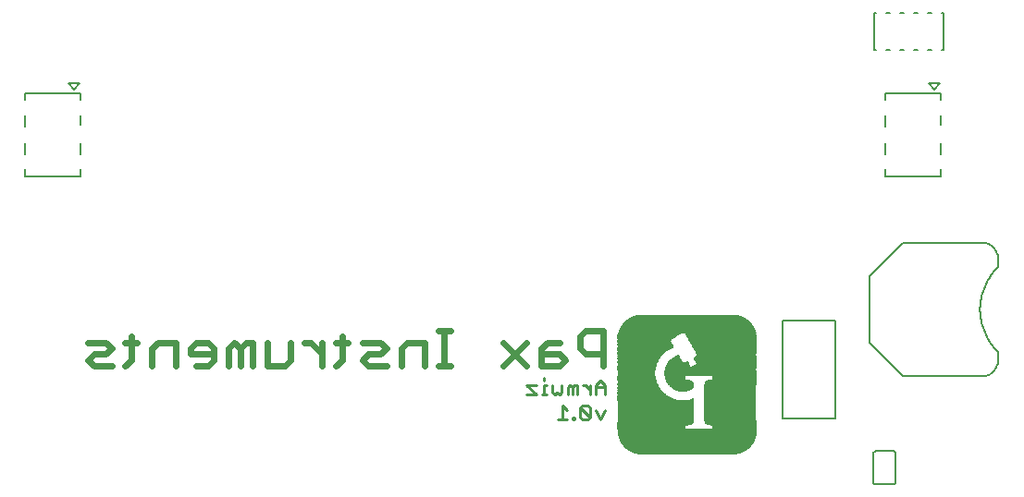
<source format=gbo>
G75*
%MOIN*%
%OFA0B0*%
%FSLAX24Y24*%
%IPPOS*%
%LPD*%
%AMOC8*
5,1,8,0,0,1.08239X$1,22.5*
%
%ADD10C,0.0090*%
%ADD11C,0.0230*%
%ADD12R,0.3370X0.0003*%
%ADD13R,0.3470X0.0003*%
%ADD14R,0.3528X0.0003*%
%ADD15R,0.3570X0.0003*%
%ADD16R,0.3605X0.0003*%
%ADD17R,0.3620X0.0003*%
%ADD18R,0.3653X0.0003*%
%ADD19R,0.3680X0.0003*%
%ADD20R,0.3705X0.0003*%
%ADD21R,0.3728X0.0003*%
%ADD22R,0.3738X0.0003*%
%ADD23R,0.3760X0.0003*%
%ADD24R,0.3780X0.0003*%
%ADD25R,0.3797X0.0003*%
%ADD26R,0.3817X0.0003*%
%ADD27R,0.3827X0.0003*%
%ADD28R,0.3842X0.0003*%
%ADD29R,0.3860X0.0003*%
%ADD30R,0.3877X0.0003*%
%ADD31R,0.3892X0.0003*%
%ADD32R,0.3902X0.0003*%
%ADD33R,0.3915X0.0003*%
%ADD34R,0.3930X0.0003*%
%ADD35R,0.3942X0.0003*%
%ADD36R,0.3957X0.0003*%
%ADD37R,0.3965X0.0003*%
%ADD38R,0.3980X0.0003*%
%ADD39R,0.3990X0.0003*%
%ADD40R,0.4005X0.0003*%
%ADD41R,0.4015X0.0003*%
%ADD42R,0.4020X0.0003*%
%ADD43R,0.4035X0.0003*%
%ADD44R,0.4045X0.0003*%
%ADD45R,0.4057X0.0003*%
%ADD46R,0.4068X0.0003*%
%ADD47R,0.4073X0.0003*%
%ADD48R,0.4085X0.0003*%
%ADD49R,0.4095X0.0003*%
%ADD50R,0.4108X0.0003*%
%ADD51R,0.4118X0.0003*%
%ADD52R,0.4120X0.0003*%
%ADD53R,0.4133X0.0003*%
%ADD54R,0.4143X0.0003*%
%ADD55R,0.4153X0.0003*%
%ADD56R,0.4163X0.0003*%
%ADD57R,0.4168X0.0003*%
%ADD58R,0.4178X0.0003*%
%ADD59R,0.4185X0.0003*%
%ADD60R,0.4195X0.0003*%
%ADD61R,0.4205X0.0003*%
%ADD62R,0.4210X0.0003*%
%ADD63R,0.4218X0.0003*%
%ADD64R,0.4228X0.0003*%
%ADD65R,0.4235X0.0003*%
%ADD66R,0.4243X0.0003*%
%ADD67R,0.4248X0.0003*%
%ADD68R,0.4258X0.0003*%
%ADD69R,0.4265X0.0003*%
%ADD70R,0.4270X0.0003*%
%ADD71R,0.4280X0.0003*%
%ADD72R,0.4285X0.0003*%
%ADD73R,0.4293X0.0003*%
%ADD74R,0.4300X0.0003*%
%ADD75R,0.4308X0.0003*%
%ADD76R,0.4315X0.0003*%
%ADD77R,0.4318X0.0003*%
%ADD78R,0.4328X0.0003*%
%ADD79R,0.4335X0.0003*%
%ADD80R,0.4340X0.0003*%
%ADD81R,0.4348X0.0003*%
%ADD82R,0.4353X0.0003*%
%ADD83R,0.4360X0.0003*%
%ADD84R,0.4365X0.0003*%
%ADD85R,0.4373X0.0003*%
%ADD86R,0.4380X0.0003*%
%ADD87R,0.4385X0.0003*%
%ADD88R,0.4390X0.0003*%
%ADD89R,0.4395X0.0003*%
%ADD90R,0.4405X0.0003*%
%ADD91R,0.4410X0.0003*%
%ADD92R,0.4412X0.0003*%
%ADD93R,0.4420X0.0003*%
%ADD94R,0.4427X0.0003*%
%ADD95R,0.4432X0.0003*%
%ADD96R,0.4440X0.0003*%
%ADD97R,0.4442X0.0003*%
%ADD98R,0.4447X0.0003*%
%ADD99R,0.4455X0.0003*%
%ADD100R,0.4460X0.0003*%
%ADD101R,0.4465X0.0003*%
%ADD102R,0.4470X0.0003*%
%ADD103R,0.4477X0.0003*%
%ADD104R,0.4482X0.0003*%
%ADD105R,0.4487X0.0003*%
%ADD106R,0.4492X0.0003*%
%ADD107R,0.4495X0.0003*%
%ADD108R,0.4502X0.0003*%
%ADD109R,0.4507X0.0003*%
%ADD110R,0.4512X0.0003*%
%ADD111R,0.4517X0.0003*%
%ADD112R,0.4520X0.0003*%
%ADD113R,0.4527X0.0003*%
%ADD114R,0.4532X0.0003*%
%ADD115R,0.4537X0.0003*%
%ADD116R,0.4542X0.0003*%
%ADD117R,0.4545X0.0003*%
%ADD118R,0.4552X0.0003*%
%ADD119R,0.4555X0.0003*%
%ADD120R,0.4560X0.0003*%
%ADD121R,0.4565X0.0003*%
%ADD122R,0.4567X0.0003*%
%ADD123R,0.4572X0.0003*%
%ADD124R,0.4580X0.0003*%
%ADD125R,0.4582X0.0003*%
%ADD126R,0.4587X0.0003*%
%ADD127R,0.4590X0.0003*%
%ADD128R,0.4595X0.0003*%
%ADD129R,0.4597X0.0003*%
%ADD130R,0.4605X0.0003*%
%ADD131R,0.4610X0.0003*%
%ADD132R,0.4612X0.0003*%
%ADD133R,0.4615X0.0003*%
%ADD134R,0.4620X0.0003*%
%ADD135R,0.4627X0.0003*%
%ADD136R,0.4630X0.0003*%
%ADD137R,0.4632X0.0003*%
%ADD138R,0.4637X0.0003*%
%ADD139R,0.4640X0.0003*%
%ADD140R,0.4645X0.0003*%
%ADD141R,0.4647X0.0003*%
%ADD142R,0.4652X0.0003*%
%ADD143R,0.4657X0.0003*%
%ADD144R,0.4660X0.0003*%
%ADD145R,0.4665X0.0003*%
%ADD146R,0.4667X0.0003*%
%ADD147R,0.4670X0.0003*%
%ADD148R,0.4672X0.0003*%
%ADD149R,0.4680X0.0003*%
%ADD150R,0.4682X0.0003*%
%ADD151R,0.4688X0.0003*%
%ADD152R,0.4690X0.0003*%
%ADD153R,0.4693X0.0003*%
%ADD154R,0.4695X0.0003*%
%ADD155R,0.4703X0.0003*%
%ADD156R,0.4705X0.0003*%
%ADD157R,0.4708X0.0003*%
%ADD158R,0.4710X0.0003*%
%ADD159R,0.4715X0.0003*%
%ADD160R,0.4718X0.0003*%
%ADD161R,0.4720X0.0003*%
%ADD162R,0.4723X0.0003*%
%ADD163R,0.4728X0.0003*%
%ADD164R,0.4730X0.0003*%
%ADD165R,0.4735X0.0003*%
%ADD166R,0.4738X0.0003*%
%ADD167R,0.4740X0.0003*%
%ADD168R,0.4743X0.0003*%
%ADD169R,0.4745X0.0003*%
%ADD170R,0.4750X0.0003*%
%ADD171R,0.4755X0.0003*%
%ADD172R,0.4760X0.0003*%
%ADD173R,0.4763X0.0003*%
%ADD174R,0.4765X0.0003*%
%ADD175R,0.4768X0.0003*%
%ADD176R,0.4770X0.0003*%
%ADD177R,0.4773X0.0003*%
%ADD178R,0.4778X0.0003*%
%ADD179R,0.4780X0.0003*%
%ADD180R,0.4783X0.0003*%
%ADD181R,0.4785X0.0003*%
%ADD182R,0.4788X0.0003*%
%ADD183R,0.4790X0.0003*%
%ADD184R,0.4793X0.0003*%
%ADD185R,0.4795X0.0003*%
%ADD186R,0.4798X0.0003*%
%ADD187R,0.4803X0.0003*%
%ADD188R,0.4805X0.0003*%
%ADD189R,0.4808X0.0003*%
%ADD190R,0.4810X0.0003*%
%ADD191R,0.4813X0.0003*%
%ADD192R,0.4815X0.0003*%
%ADD193R,0.4818X0.0003*%
%ADD194R,0.4820X0.0003*%
%ADD195R,0.4823X0.0003*%
%ADD196R,0.4828X0.0003*%
%ADD197R,0.4830X0.0003*%
%ADD198R,0.4833X0.0003*%
%ADD199R,0.4835X0.0003*%
%ADD200R,0.4838X0.0003*%
%ADD201R,0.4840X0.0003*%
%ADD202R,0.4843X0.0003*%
%ADD203R,0.4845X0.0003*%
%ADD204R,0.4848X0.0003*%
%ADD205R,0.4853X0.0003*%
%ADD206R,0.4855X0.0003*%
%ADD207R,0.4858X0.0003*%
%ADD208R,0.4860X0.0003*%
%ADD209R,0.4863X0.0003*%
%ADD210R,0.4865X0.0003*%
%ADD211R,0.4868X0.0003*%
%ADD212R,0.4870X0.0003*%
%ADD213R,0.4873X0.0003*%
%ADD214R,0.4878X0.0003*%
%ADD215R,0.4880X0.0003*%
%ADD216R,0.4883X0.0003*%
%ADD217R,0.4885X0.0003*%
%ADD218R,0.4888X0.0003*%
%ADD219R,0.4890X0.0003*%
%ADD220R,0.4893X0.0003*%
%ADD221R,0.4895X0.0003*%
%ADD222R,0.4898X0.0003*%
%ADD223R,0.4900X0.0003*%
%ADD224R,0.4903X0.0003*%
%ADD225R,0.4905X0.0003*%
%ADD226R,0.4908X0.0003*%
%ADD227R,0.4910X0.0003*%
%ADD228R,0.4913X0.0003*%
%ADD229R,0.4915X0.0003*%
%ADD230R,0.4918X0.0003*%
%ADD231R,0.4920X0.0003*%
%ADD232R,0.4923X0.0003*%
%ADD233R,0.4928X0.0003*%
%ADD234R,0.4930X0.0003*%
%ADD235R,0.4933X0.0003*%
%ADD236R,0.4935X0.0003*%
%ADD237R,0.4938X0.0003*%
%ADD238R,0.4940X0.0003*%
%ADD239R,0.4943X0.0003*%
%ADD240R,0.4945X0.0003*%
%ADD241R,0.4948X0.0003*%
%ADD242R,0.4953X0.0003*%
%ADD243R,0.4955X0.0003*%
%ADD244R,0.4958X0.0003*%
%ADD245R,0.4960X0.0003*%
%ADD246R,0.4963X0.0003*%
%ADD247R,0.4965X0.0003*%
%ADD248R,0.4968X0.0003*%
%ADD249R,0.4970X0.0003*%
%ADD250R,0.4973X0.0003*%
%ADD251R,0.4975X0.0003*%
%ADD252R,0.4978X0.0003*%
%ADD253R,0.4980X0.0003*%
%ADD254R,0.4983X0.0003*%
%ADD255R,0.4985X0.0003*%
%ADD256R,0.4988X0.0003*%
%ADD257R,0.4990X0.0003*%
%ADD258R,0.4993X0.0003*%
%ADD259R,0.4995X0.0003*%
%ADD260R,0.4998X0.0003*%
%ADD261R,0.5000X0.0003*%
%ADD262R,0.1595X0.0003*%
%ADD263R,0.2452X0.0003*%
%ADD264R,0.1633X0.0003*%
%ADD265R,0.2490X0.0003*%
%ADD266R,0.1665X0.0003*%
%ADD267R,0.2520X0.0003*%
%ADD268R,0.1693X0.0003*%
%ADD269R,0.2547X0.0003*%
%ADD270R,0.1713X0.0003*%
%ADD271R,0.2567X0.0003*%
%ADD272R,0.1720X0.0003*%
%ADD273R,0.2577X0.0003*%
%ADD274R,0.1737X0.0003*%
%ADD275R,0.2592X0.0003*%
%ADD276R,0.1750X0.0003*%
%ADD277R,0.2605X0.0003*%
%ADD278R,0.1762X0.0003*%
%ADD279R,0.2617X0.0003*%
%ADD280R,0.1772X0.0003*%
%ADD281R,0.2627X0.0003*%
%ADD282R,0.1777X0.0003*%
%ADD283R,0.2632X0.0003*%
%ADD284R,0.1785X0.0003*%
%ADD285R,0.2640X0.0003*%
%ADD286R,0.1792X0.0003*%
%ADD287R,0.2647X0.0003*%
%ADD288R,0.1797X0.0003*%
%ADD289R,0.2655X0.0003*%
%ADD290R,0.1805X0.0003*%
%ADD291R,0.2660X0.0003*%
%ADD292R,0.1807X0.0003*%
%ADD293R,0.2665X0.0003*%
%ADD294R,0.1815X0.0003*%
%ADD295R,0.2667X0.0003*%
%ADD296R,0.1817X0.0003*%
%ADD297R,0.2672X0.0003*%
%ADD298R,0.1822X0.0003*%
%ADD299R,0.2677X0.0003*%
%ADD300R,0.1827X0.0003*%
%ADD301R,0.2682X0.0003*%
%ADD302R,0.1830X0.0003*%
%ADD303R,0.1832X0.0003*%
%ADD304R,0.2687X0.0003*%
%ADD305R,0.1835X0.0003*%
%ADD306R,0.2690X0.0003*%
%ADD307R,0.1840X0.0003*%
%ADD308R,0.2692X0.0003*%
%ADD309R,0.1842X0.0003*%
%ADD310R,0.2695X0.0003*%
%ADD311R,0.2697X0.0003*%
%ADD312R,0.1845X0.0003*%
%ADD313R,0.2700X0.0003*%
%ADD314R,0.1847X0.0003*%
%ADD315R,0.2702X0.0003*%
%ADD316R,0.1850X0.0003*%
%ADD317R,0.2705X0.0003*%
%ADD318R,0.1852X0.0003*%
%ADD319R,0.2707X0.0003*%
%ADD320R,0.1855X0.0003*%
%ADD321R,0.2710X0.0003*%
%ADD322R,0.1857X0.0003*%
%ADD323R,0.2712X0.0003*%
%ADD324R,0.1860X0.0003*%
%ADD325R,0.2715X0.0003*%
%ADD326R,0.1862X0.0003*%
%ADD327R,0.2717X0.0003*%
%ADD328R,0.1865X0.0003*%
%ADD329R,0.2720X0.0003*%
%ADD330R,0.1867X0.0003*%
%ADD331R,0.2722X0.0003*%
%ADD332R,0.1870X0.0003*%
%ADD333R,0.2725X0.0003*%
%ADD334R,0.1872X0.0003*%
%ADD335R,0.2727X0.0003*%
%ADD336R,0.1875X0.0003*%
%ADD337R,0.2730X0.0003*%
%ADD338R,0.1878X0.0003*%
%ADD339R,0.2732X0.0003*%
%ADD340R,0.1880X0.0003*%
%ADD341R,0.2735X0.0003*%
%ADD342R,0.1883X0.0003*%
%ADD343R,0.2737X0.0003*%
%ADD344R,0.1885X0.0003*%
%ADD345R,0.2740X0.0003*%
%ADD346R,0.0372X0.0003*%
%ADD347R,0.2335X0.0003*%
%ADD348R,0.0310X0.0003*%
%ADD349R,0.2275X0.0003*%
%ADD350R,0.0283X0.0003*%
%ADD351R,0.2245X0.0003*%
%ADD352R,0.0270X0.0003*%
%ADD353R,0.2233X0.0003*%
%ADD354R,0.0248X0.0003*%
%ADD355R,0.2213X0.0003*%
%ADD356R,0.0230X0.0003*%
%ADD357R,0.2193X0.0003*%
%ADD358R,0.0213X0.0003*%
%ADD359R,0.2177X0.0003*%
%ADD360R,0.0198X0.0003*%
%ADD361R,0.2162X0.0003*%
%ADD362R,0.0192X0.0003*%
%ADD363R,0.2155X0.0003*%
%ADD364R,0.0177X0.0003*%
%ADD365R,0.2142X0.0003*%
%ADD366R,0.0165X0.0003*%
%ADD367R,0.2130X0.0003*%
%ADD368R,0.0155X0.0003*%
%ADD369R,0.2117X0.0003*%
%ADD370R,0.0143X0.0003*%
%ADD371R,0.2107X0.0003*%
%ADD372R,0.0138X0.0003*%
%ADD373R,0.2102X0.0003*%
%ADD374R,0.0125X0.0003*%
%ADD375R,0.2090X0.0003*%
%ADD376R,0.0118X0.0003*%
%ADD377R,0.2080X0.0003*%
%ADD378R,0.0107X0.0003*%
%ADD379R,0.2070X0.0003*%
%ADD380R,0.0097X0.0003*%
%ADD381R,0.2062X0.0003*%
%ADD382R,0.0095X0.0003*%
%ADD383R,0.2057X0.0003*%
%ADD384R,0.0085X0.0003*%
%ADD385R,0.2047X0.0003*%
%ADD386R,0.0075X0.0003*%
%ADD387R,0.2040X0.0003*%
%ADD388R,0.0067X0.0003*%
%ADD389R,0.2032X0.0003*%
%ADD390R,0.0060X0.0003*%
%ADD391R,0.2023X0.0003*%
%ADD392R,0.0057X0.0003*%
%ADD393R,0.2020X0.0003*%
%ADD394R,0.0047X0.0003*%
%ADD395R,0.2013X0.0003*%
%ADD396R,0.0043X0.0003*%
%ADD397R,0.2005X0.0003*%
%ADD398R,0.0032X0.0003*%
%ADD399R,0.1998X0.0003*%
%ADD400R,0.0025X0.0003*%
%ADD401R,0.1990X0.0003*%
%ADD402R,0.0022X0.0003*%
%ADD403R,0.1985X0.0003*%
%ADD404R,0.0018X0.0003*%
%ADD405R,0.1980X0.0003*%
%ADD406R,0.0010X0.0003*%
%ADD407R,0.1973X0.0003*%
%ADD408R,0.0003X0.0003*%
%ADD409R,0.1968X0.0003*%
%ADD410R,0.1960X0.0003*%
%ADD411R,0.1958X0.0003*%
%ADD412R,0.1950X0.0003*%
%ADD413R,0.1945X0.0003*%
%ADD414R,0.1938X0.0003*%
%ADD415R,0.1933X0.0003*%
%ADD416R,0.1930X0.0003*%
%ADD417R,0.1923X0.0003*%
%ADD418R,0.1918X0.0003*%
%ADD419R,0.1910X0.0003*%
%ADD420R,0.1905X0.0003*%
%ADD421R,0.1898X0.0003*%
%ADD422R,0.1893X0.0003*%
%ADD423R,0.1888X0.0003*%
%ADD424R,0.1812X0.0003*%
%ADD425R,0.1802X0.0003*%
%ADD426R,0.1790X0.0003*%
%ADD427R,0.1780X0.0003*%
%ADD428R,0.1775X0.0003*%
%ADD429R,0.1770X0.0003*%
%ADD430R,0.1767X0.0003*%
%ADD431R,0.1765X0.0003*%
%ADD432R,0.1757X0.0003*%
%ADD433R,0.1755X0.0003*%
%ADD434R,0.1752X0.0003*%
%ADD435R,0.1747X0.0003*%
%ADD436R,0.1745X0.0003*%
%ADD437R,0.1742X0.0003*%
%ADD438R,0.1735X0.0003*%
%ADD439R,0.1730X0.0003*%
%ADD440R,0.1727X0.0003*%
%ADD441R,0.1722X0.0003*%
%ADD442R,0.1715X0.0003*%
%ADD443R,0.1710X0.0003*%
%ADD444R,0.1708X0.0003*%
%ADD445R,0.1705X0.0003*%
%ADD446R,0.1703X0.0003*%
%ADD447R,0.1700X0.0003*%
%ADD448R,0.1695X0.0003*%
%ADD449R,0.1690X0.0003*%
%ADD450R,0.1688X0.0003*%
%ADD451R,0.1685X0.0003*%
%ADD452R,0.1683X0.0003*%
%ADD453R,0.1680X0.0003*%
%ADD454R,0.1678X0.0003*%
%ADD455R,0.1673X0.0003*%
%ADD456R,0.1670X0.0003*%
%ADD457R,0.1668X0.0003*%
%ADD458R,0.1663X0.0003*%
%ADD459R,0.1660X0.0003*%
%ADD460R,0.1658X0.0003*%
%ADD461R,0.1655X0.0003*%
%ADD462R,0.1653X0.0003*%
%ADD463R,0.1650X0.0003*%
%ADD464R,0.1648X0.0003*%
%ADD465R,0.1645X0.0003*%
%ADD466R,0.1643X0.0003*%
%ADD467R,0.1640X0.0003*%
%ADD468R,0.1638X0.0003*%
%ADD469R,0.1635X0.0003*%
%ADD470R,0.1630X0.0003*%
%ADD471R,0.1628X0.0003*%
%ADD472R,0.1623X0.0003*%
%ADD473R,0.1620X0.0003*%
%ADD474R,0.1618X0.0003*%
%ADD475R,0.1615X0.0003*%
%ADD476R,0.1613X0.0003*%
%ADD477R,0.1610X0.0003*%
%ADD478R,0.1608X0.0003*%
%ADD479R,0.1605X0.0003*%
%ADD480R,0.0175X0.0003*%
%ADD481R,0.1603X0.0003*%
%ADD482R,0.1600X0.0003*%
%ADD483R,0.0257X0.0003*%
%ADD484R,0.1598X0.0003*%
%ADD485R,0.0285X0.0003*%
%ADD486R,0.0307X0.0003*%
%ADD487R,0.1593X0.0003*%
%ADD488R,0.0330X0.0003*%
%ADD489R,0.1590X0.0003*%
%ADD490R,0.0340X0.0003*%
%ADD491R,0.0360X0.0003*%
%ADD492R,0.1588X0.0003*%
%ADD493R,0.0380X0.0003*%
%ADD494R,0.1585X0.0003*%
%ADD495R,0.0395X0.0003*%
%ADD496R,0.1583X0.0003*%
%ADD497R,0.0415X0.0003*%
%ADD498R,0.1580X0.0003*%
%ADD499R,0.0425X0.0003*%
%ADD500R,0.0437X0.0003*%
%ADD501R,0.1578X0.0003*%
%ADD502R,0.0455X0.0003*%
%ADD503R,0.1575X0.0003*%
%ADD504R,0.0467X0.0003*%
%ADD505R,0.1573X0.0003*%
%ADD506R,0.0483X0.0003*%
%ADD507R,0.1570X0.0003*%
%ADD508R,0.0490X0.0003*%
%ADD509R,0.0505X0.0003*%
%ADD510R,0.1568X0.0003*%
%ADD511R,0.0515X0.0003*%
%ADD512R,0.1565X0.0003*%
%ADD513R,0.0530X0.0003*%
%ADD514R,0.1562X0.0003*%
%ADD515R,0.0542X0.0003*%
%ADD516R,0.1560X0.0003*%
%ADD517R,0.0550X0.0003*%
%ADD518R,0.0560X0.0003*%
%ADD519R,0.1557X0.0003*%
%ADD520R,0.0570X0.0003*%
%ADD521R,0.1555X0.0003*%
%ADD522R,0.0583X0.0003*%
%ADD523R,0.1552X0.0003*%
%ADD524R,0.0592X0.0003*%
%ADD525R,0.0600X0.0003*%
%ADD526R,0.1550X0.0003*%
%ADD527R,0.0610X0.0003*%
%ADD528R,0.1547X0.0003*%
%ADD529R,0.0620X0.0003*%
%ADD530R,0.1545X0.0003*%
%ADD531R,0.0633X0.0003*%
%ADD532R,0.0640X0.0003*%
%ADD533R,0.1542X0.0003*%
%ADD534R,0.0645X0.0003*%
%ADD535R,0.0655X0.0003*%
%ADD536R,0.1540X0.0003*%
%ADD537R,0.0665X0.0003*%
%ADD538R,0.1537X0.0003*%
%ADD539R,0.0675X0.0003*%
%ADD540R,0.1535X0.0003*%
%ADD541R,0.0683X0.0003*%
%ADD542R,0.1532X0.0003*%
%ADD543R,0.0688X0.0003*%
%ADD544R,0.0695X0.0003*%
%ADD545R,0.1530X0.0003*%
%ADD546R,0.0707X0.0003*%
%ADD547R,0.0715X0.0003*%
%ADD548R,0.1527X0.0003*%
%ADD549R,0.0725X0.0003*%
%ADD550R,0.1525X0.0003*%
%ADD551R,0.1522X0.0003*%
%ADD552R,0.0735X0.0003*%
%ADD553R,0.0742X0.0003*%
%ADD554R,0.1520X0.0003*%
%ADD555R,0.0750X0.0003*%
%ADD556R,0.1517X0.0003*%
%ADD557R,0.0760X0.0003*%
%ADD558R,0.0762X0.0003*%
%ADD559R,0.0770X0.0003*%
%ADD560R,0.1515X0.0003*%
%ADD561R,0.0777X0.0003*%
%ADD562R,0.1512X0.0003*%
%ADD563R,0.0783X0.0003*%
%ADD564R,0.1510X0.0003*%
%ADD565R,0.0785X0.0003*%
%ADD566R,0.1507X0.0003*%
%ADD567R,0.0788X0.0003*%
%ADD568R,0.0790X0.0003*%
%ADD569R,0.0795X0.0003*%
%ADD570R,0.1505X0.0003*%
%ADD571R,0.0798X0.0003*%
%ADD572R,0.1502X0.0003*%
%ADD573R,0.0800X0.0003*%
%ADD574R,0.0803X0.0003*%
%ADD575R,0.1500X0.0003*%
%ADD576R,0.0805X0.0003*%
%ADD577R,0.1497X0.0003*%
%ADD578R,0.0810X0.0003*%
%ADD579R,0.0813X0.0003*%
%ADD580R,0.1495X0.0003*%
%ADD581R,0.0818X0.0003*%
%ADD582R,0.1492X0.0003*%
%ADD583R,0.0820X0.0003*%
%ADD584R,0.0825X0.0003*%
%ADD585R,0.1490X0.0003*%
%ADD586R,0.0828X0.0003*%
%ADD587R,0.0830X0.0003*%
%ADD588R,0.1485X0.0003*%
%ADD589R,0.0833X0.0003*%
%ADD590R,0.0835X0.0003*%
%ADD591R,0.0838X0.0003*%
%ADD592R,0.1482X0.0003*%
%ADD593R,0.0840X0.0003*%
%ADD594R,0.0845X0.0003*%
%ADD595R,0.1480X0.0003*%
%ADD596R,0.0848X0.0003*%
%ADD597R,0.1477X0.0003*%
%ADD598R,0.0850X0.0003*%
%ADD599R,0.0855X0.0003*%
%ADD600R,0.1475X0.0003*%
%ADD601R,0.0858X0.0003*%
%ADD602R,0.1472X0.0003*%
%ADD603R,0.0860X0.0003*%
%ADD604R,0.1470X0.0003*%
%ADD605R,0.0862X0.0003*%
%ADD606R,0.0865X0.0003*%
%ADD607R,0.1467X0.0003*%
%ADD608R,0.0867X0.0003*%
%ADD609R,0.0870X0.0003*%
%ADD610R,0.1465X0.0003*%
%ADD611R,0.0872X0.0003*%
%ADD612R,0.0875X0.0003*%
%ADD613R,0.1462X0.0003*%
%ADD614R,0.1460X0.0003*%
%ADD615R,0.0877X0.0003*%
%ADD616R,0.0880X0.0003*%
%ADD617R,0.1457X0.0003*%
%ADD618R,0.0882X0.0003*%
%ADD619R,0.0885X0.0003*%
%ADD620R,0.1455X0.0003*%
%ADD621R,0.0887X0.0003*%
%ADD622R,0.0890X0.0003*%
%ADD623R,0.1452X0.0003*%
%ADD624R,0.0892X0.0003*%
%ADD625R,0.1450X0.0003*%
%ADD626R,0.0895X0.0003*%
%ADD627R,0.1447X0.0003*%
%ADD628R,0.0897X0.0003*%
%ADD629R,0.0900X0.0003*%
%ADD630R,0.1445X0.0003*%
%ADD631R,0.0902X0.0003*%
%ADD632R,0.0905X0.0003*%
%ADD633R,0.1442X0.0003*%
%ADD634R,0.1440X0.0003*%
%ADD635R,0.0910X0.0003*%
%ADD636R,0.0912X0.0003*%
%ADD637R,0.1437X0.0003*%
%ADD638R,0.1435X0.0003*%
%ADD639R,0.0915X0.0003*%
%ADD640R,0.0917X0.0003*%
%ADD641R,0.1432X0.0003*%
%ADD642R,0.0920X0.0003*%
%ADD643R,0.0922X0.0003*%
%ADD644R,0.1430X0.0003*%
%ADD645R,0.1427X0.0003*%
%ADD646R,0.0925X0.0003*%
%ADD647R,0.1425X0.0003*%
%ADD648R,0.0927X0.0003*%
%ADD649R,0.1422X0.0003*%
%ADD650R,0.1420X0.0003*%
%ADD651R,0.0930X0.0003*%
%ADD652R,0.1417X0.0003*%
%ADD653R,0.1415X0.0003*%
%ADD654R,0.1412X0.0003*%
%ADD655R,0.1410X0.0003*%
%ADD656R,0.1407X0.0003*%
%ADD657R,0.1837X0.0003*%
%ADD658R,0.1405X0.0003*%
%ADD659R,0.1825X0.0003*%
%ADD660R,0.1820X0.0003*%
%ADD661R,0.1403X0.0003*%
%ADD662R,0.0907X0.0003*%
%ADD663R,0.1810X0.0003*%
%ADD664R,0.1400X0.0003*%
%ADD665R,0.1398X0.0003*%
%ADD666R,0.1782X0.0003*%
%ADD667R,0.1395X0.0003*%
%ADD668R,0.0853X0.0003*%
%ADD669R,0.1732X0.0003*%
%ADD670R,0.0843X0.0003*%
%ADD671R,0.1725X0.0003*%
%ADD672R,0.1393X0.0003*%
%ADD673R,0.0767X0.0003*%
%ADD674R,0.1390X0.0003*%
%ADD675R,0.0710X0.0003*%
%ADD676R,0.0712X0.0003*%
%ADD677R,0.1388X0.0003*%
%ADD678R,0.0717X0.0003*%
%ADD679R,0.1385X0.0003*%
%ADD680R,0.0720X0.0003*%
%ADD681R,0.1383X0.0003*%
%ADD682R,0.0722X0.0003*%
%ADD683R,0.1380X0.0003*%
%ADD684R,0.0727X0.0003*%
%ADD685R,0.0730X0.0003*%
%ADD686R,0.1378X0.0003*%
%ADD687R,0.0732X0.0003*%
%ADD688R,0.1375X0.0003*%
%ADD689R,0.1373X0.0003*%
%ADD690R,0.0737X0.0003*%
%ADD691R,0.0740X0.0003*%
%ADD692R,0.1370X0.0003*%
%ADD693R,0.0745X0.0003*%
%ADD694R,0.1368X0.0003*%
%ADD695R,0.0747X0.0003*%
%ADD696R,0.1365X0.0003*%
%ADD697R,0.0752X0.0003*%
%ADD698R,0.1363X0.0003*%
%ADD699R,0.3300X0.0003*%
%ADD700R,0.3302X0.0003*%
%ADD701R,0.1360X0.0003*%
%ADD702R,0.3305X0.0003*%
%ADD703R,0.1358X0.0003*%
%ADD704R,0.3307X0.0003*%
%ADD705R,0.3297X0.0003*%
%ADD706R,0.3295X0.0003*%
%ADD707R,0.3292X0.0003*%
%ADD708R,0.3290X0.0003*%
%ADD709R,0.3287X0.0003*%
%ADD710R,0.3285X0.0003*%
%ADD711R,0.3282X0.0003*%
%ADD712R,0.3280X0.0003*%
%ADD713R,0.3277X0.0003*%
%ADD714R,0.3275X0.0003*%
%ADD715R,0.3272X0.0003*%
%ADD716R,0.3270X0.0003*%
%ADD717R,0.2347X0.0003*%
%ADD718R,0.2343X0.0003*%
%ADD719R,0.2340X0.0003*%
%ADD720R,0.2333X0.0003*%
%ADD721R,0.2328X0.0003*%
%ADD722R,0.2323X0.0003*%
%ADD723R,0.2318X0.0003*%
%ADD724R,0.2313X0.0003*%
%ADD725R,0.2310X0.0003*%
%ADD726R,0.2305X0.0003*%
%ADD727R,0.2300X0.0003*%
%ADD728R,0.2295X0.0003*%
%ADD729R,0.2290X0.0003*%
%ADD730R,0.2283X0.0003*%
%ADD731R,0.2280X0.0003*%
%ADD732R,0.2273X0.0003*%
%ADD733R,0.2270X0.0003*%
%ADD734R,0.2268X0.0003*%
%ADD735R,0.2260X0.0003*%
%ADD736R,0.2258X0.0003*%
%ADD737R,0.2255X0.0003*%
%ADD738R,0.2248X0.0003*%
%ADD739R,0.2240X0.0003*%
%ADD740R,0.2235X0.0003*%
%ADD741R,0.2230X0.0003*%
%ADD742R,0.2225X0.0003*%
%ADD743R,0.2218X0.0003*%
%ADD744R,0.2215X0.0003*%
%ADD745R,0.2210X0.0003*%
%ADD746R,0.2205X0.0003*%
%ADD747R,0.2203X0.0003*%
%ADD748R,0.2198X0.0003*%
%ADD749R,0.0823X0.0003*%
%ADD750R,0.2190X0.0003*%
%ADD751R,0.2182X0.0003*%
%ADD752R,0.2172X0.0003*%
%ADD753R,0.0808X0.0003*%
%ADD754R,0.2167X0.0003*%
%ADD755R,0.2160X0.0003*%
%ADD756R,0.2150X0.0003*%
%ADD757R,0.2145X0.0003*%
%ADD758R,0.0793X0.0003*%
%ADD759R,0.2147X0.0003*%
%ADD760R,0.2152X0.0003*%
%ADD761R,0.0772X0.0003*%
%ADD762R,0.2157X0.0003*%
%ADD763R,0.0765X0.0003*%
%ADD764R,0.0757X0.0003*%
%ADD765R,0.2165X0.0003*%
%ADD766R,0.0755X0.0003*%
%ADD767R,0.0115X0.0003*%
%ADD768R,0.2170X0.0003*%
%ADD769R,0.0103X0.0003*%
%ADD770R,0.0573X0.0003*%
%ADD771R,0.0568X0.0003*%
%ADD772R,0.0090X0.0003*%
%ADD773R,0.0558X0.0003*%
%ADD774R,0.0080X0.0003*%
%ADD775R,0.0548X0.0003*%
%ADD776R,0.2175X0.0003*%
%ADD777R,0.0077X0.0003*%
%ADD778R,0.0537X0.0003*%
%ADD779R,0.0532X0.0003*%
%ADD780R,0.2180X0.0003*%
%ADD781R,0.0527X0.0003*%
%ADD782R,0.0055X0.0003*%
%ADD783R,0.0522X0.0003*%
%ADD784R,0.0510X0.0003*%
%ADD785R,0.2185X0.0003*%
%ADD786R,0.0037X0.0003*%
%ADD787R,0.0030X0.0003*%
%ADD788R,0.0503X0.0003*%
%ADD789R,0.2188X0.0003*%
%ADD790R,0.0500X0.0003*%
%ADD791R,0.0495X0.0003*%
%ADD792R,0.0013X0.0003*%
%ADD793R,0.0008X0.0003*%
%ADD794R,0.0485X0.0003*%
%ADD795R,0.2195X0.0003*%
%ADD796R,0.0480X0.0003*%
%ADD797R,0.0475X0.0003*%
%ADD798R,0.0473X0.0003*%
%ADD799R,0.0465X0.0003*%
%ADD800R,0.0462X0.0003*%
%ADD801R,0.0457X0.0003*%
%ADD802R,0.2208X0.0003*%
%ADD803R,0.0452X0.0003*%
%ADD804R,0.0447X0.0003*%
%ADD805R,0.0442X0.0003*%
%ADD806R,0.0435X0.0003*%
%ADD807R,0.0428X0.0003*%
%ADD808R,0.0423X0.0003*%
%ADD809R,0.0420X0.0003*%
%ADD810R,0.2220X0.0003*%
%ADD811R,0.0413X0.0003*%
%ADD812R,0.2223X0.0003*%
%ADD813R,0.0408X0.0003*%
%ADD814R,0.0403X0.0003*%
%ADD815R,0.0400X0.0003*%
%ADD816R,0.2228X0.0003*%
%ADD817R,0.0387X0.0003*%
%ADD818R,0.0385X0.0003*%
%ADD819R,0.0375X0.0003*%
%ADD820R,0.1487X0.0003*%
%ADD821R,0.0367X0.0003*%
%ADD822R,0.0365X0.0003*%
%ADD823R,0.2243X0.0003*%
%ADD824R,0.0352X0.0003*%
%ADD825R,0.0350X0.0003*%
%ADD826R,0.0348X0.0003*%
%ADD827R,0.0338X0.0003*%
%ADD828R,0.2250X0.0003*%
%ADD829R,0.0328X0.0003*%
%ADD830R,0.2253X0.0003*%
%ADD831R,0.0323X0.0003*%
%ADD832R,0.0320X0.0003*%
%ADD833R,0.0312X0.0003*%
%ADD834R,0.0305X0.0003*%
%ADD835R,0.0300X0.0003*%
%ADD836R,0.0295X0.0003*%
%ADD837R,0.0288X0.0003*%
%ADD838R,0.2263X0.0003*%
%ADD839R,0.0280X0.0003*%
%ADD840R,0.0275X0.0003*%
%ADD841R,0.0265X0.0003*%
%ADD842R,0.0253X0.0003*%
%ADD843R,0.0250X0.0003*%
%ADD844R,0.0243X0.0003*%
%ADD845R,0.0238X0.0003*%
%ADD846R,0.0232X0.0003*%
%ADD847R,0.0227X0.0003*%
%ADD848R,0.0222X0.0003*%
%ADD849R,0.0215X0.0003*%
%ADD850R,0.0208X0.0003*%
%ADD851R,0.0203X0.0003*%
%ADD852R,0.0200X0.0003*%
%ADD853R,0.0185X0.0003*%
%ADD854R,0.0170X0.0003*%
%ADD855R,0.0168X0.0003*%
%ADD856R,0.0160X0.0003*%
%ADD857R,0.0152X0.0003*%
%ADD858R,0.0145X0.0003*%
%ADD859R,0.0135X0.0003*%
%ADD860R,0.0120X0.0003*%
%ADD861R,0.0110X0.0003*%
%ADD862R,0.0088X0.0003*%
%ADD863R,0.0053X0.0003*%
%ADD864R,0.0045X0.0003*%
%ADD865R,0.0020X0.0003*%
%ADD866R,0.1625X0.0003*%
%ADD867R,0.1675X0.0003*%
%ADD868R,0.1698X0.0003*%
%ADD869R,0.1718X0.0003*%
%ADD870R,0.2200X0.0003*%
%ADD871R,0.1760X0.0003*%
%ADD872R,0.1795X0.0003*%
%ADD873R,0.1800X0.0003*%
%ADD874R,0.2238X0.0003*%
%ADD875R,0.1903X0.0003*%
%ADD876R,0.1908X0.0003*%
%ADD877R,0.1928X0.0003*%
%ADD878R,0.2265X0.0003*%
%ADD879R,0.1943X0.0003*%
%ADD880R,0.1948X0.0003*%
%ADD881R,0.1955X0.0003*%
%ADD882R,0.1965X0.0003*%
%ADD883R,0.1978X0.0003*%
%ADD884R,0.2278X0.0003*%
%ADD885R,0.1993X0.0003*%
%ADD886R,0.1995X0.0003*%
%ADD887R,0.2003X0.0003*%
%ADD888R,0.2010X0.0003*%
%ADD889R,0.2285X0.0003*%
%ADD890R,0.2018X0.0003*%
%ADD891R,0.2028X0.0003*%
%ADD892R,0.2288X0.0003*%
%ADD893R,0.2025X0.0003*%
%ADD894R,0.2293X0.0003*%
%ADD895R,0.2015X0.0003*%
%ADD896R,0.2298X0.0003*%
%ADD897R,0.2303X0.0003*%
%ADD898R,0.2008X0.0003*%
%ADD899R,0.2308X0.0003*%
%ADD900R,0.2000X0.0003*%
%ADD901R,0.2315X0.0003*%
%ADD902R,0.2320X0.0003*%
%ADD903R,0.2325X0.0003*%
%ADD904R,0.1988X0.0003*%
%ADD905R,0.1983X0.0003*%
%ADD906R,0.2330X0.0003*%
%ADD907R,0.1975X0.0003*%
%ADD908R,0.2338X0.0003*%
%ADD909R,0.1970X0.0003*%
%ADD910R,0.2345X0.0003*%
%ADD911R,0.2350X0.0003*%
%ADD912R,0.1963X0.0003*%
%ADD913R,0.2352X0.0003*%
%ADD914R,0.2355X0.0003*%
%ADD915R,0.2357X0.0003*%
%ADD916R,0.1953X0.0003*%
%ADD917R,0.2360X0.0003*%
%ADD918R,0.2362X0.0003*%
%ADD919R,0.2365X0.0003*%
%ADD920R,0.2367X0.0003*%
%ADD921R,0.2370X0.0003*%
%ADD922R,0.1940X0.0003*%
%ADD923R,0.2372X0.0003*%
%ADD924R,0.2375X0.0003*%
%ADD925R,0.1935X0.0003*%
%ADD926R,0.2377X0.0003*%
%ADD927R,0.2380X0.0003*%
%ADD928R,0.2382X0.0003*%
%ADD929R,0.2385X0.0003*%
%ADD930R,0.2387X0.0003*%
%ADD931R,0.1925X0.0003*%
%ADD932R,0.2390X0.0003*%
%ADD933R,0.2392X0.0003*%
%ADD934R,0.1920X0.0003*%
%ADD935R,0.2395X0.0003*%
%ADD936R,0.2397X0.0003*%
%ADD937R,0.2402X0.0003*%
%ADD938R,0.2405X0.0003*%
%ADD939R,0.2407X0.0003*%
%ADD940R,0.1915X0.0003*%
%ADD941R,0.2410X0.0003*%
%ADD942R,0.2412X0.0003*%
%ADD943R,0.2415X0.0003*%
%ADD944R,0.2417X0.0003*%
%ADD945R,0.2420X0.0003*%
%ADD946R,0.2422X0.0003*%
%ADD947R,0.2425X0.0003*%
%ADD948R,0.2427X0.0003*%
%ADD949R,0.2430X0.0003*%
%ADD950R,0.2432X0.0003*%
%ADD951R,0.2435X0.0003*%
%ADD952R,0.2437X0.0003*%
%ADD953R,0.2440X0.0003*%
%ADD954R,0.2442X0.0003*%
%ADD955R,0.2445X0.0003*%
%ADD956R,0.2447X0.0003*%
%ADD957R,0.2450X0.0003*%
%ADD958R,0.2455X0.0003*%
%ADD959R,0.2457X0.0003*%
%ADD960R,0.2460X0.0003*%
%ADD961R,0.2462X0.0003*%
%ADD962R,0.2465X0.0003*%
%ADD963R,0.2467X0.0003*%
%ADD964R,0.2470X0.0003*%
%ADD965R,0.2472X0.0003*%
%ADD966R,0.2475X0.0003*%
%ADD967R,0.2477X0.0003*%
%ADD968R,0.2480X0.0003*%
%ADD969R,0.2482X0.0003*%
%ADD970R,0.2485X0.0003*%
%ADD971R,0.2487X0.0003*%
%ADD972R,0.2030X0.0003*%
%ADD973R,0.2492X0.0003*%
%ADD974R,0.2037X0.0003*%
%ADD975R,0.2495X0.0003*%
%ADD976R,0.2045X0.0003*%
%ADD977R,0.2050X0.0003*%
%ADD978R,0.2497X0.0003*%
%ADD979R,0.2052X0.0003*%
%ADD980R,0.2500X0.0003*%
%ADD981R,0.2067X0.0003*%
%ADD982R,0.2072X0.0003*%
%ADD983R,0.2502X0.0003*%
%ADD984R,0.2075X0.0003*%
%ADD985R,0.2505X0.0003*%
%ADD986R,0.2082X0.0003*%
%ADD987R,0.2507X0.0003*%
%ADD988R,0.2092X0.0003*%
%ADD989R,0.2510X0.0003*%
%ADD990R,0.2097X0.0003*%
%ADD991R,0.2512X0.0003*%
%ADD992R,0.2515X0.0003*%
%ADD993R,0.2112X0.0003*%
%ADD994R,0.2115X0.0003*%
%ADD995R,0.2120X0.0003*%
%ADD996R,0.2517X0.0003*%
%ADD997R,0.2125X0.0003*%
%ADD998R,0.2135X0.0003*%
%ADD999R,0.2522X0.0003*%
%ADD1000R,0.2137X0.0003*%
%ADD1001R,0.2140X0.0003*%
%ADD1002R,0.2525X0.0003*%
%ADD1003R,0.2527X0.0003*%
%ADD1004R,0.2530X0.0003*%
%ADD1005R,0.2532X0.0003*%
%ADD1006R,0.2535X0.0003*%
%ADD1007R,0.2537X0.0003*%
%ADD1008R,0.2540X0.0003*%
%ADD1009R,0.2542X0.0003*%
%ADD1010R,0.2545X0.0003*%
%ADD1011R,0.2550X0.0003*%
%ADD1012R,0.2552X0.0003*%
%ADD1013R,0.2555X0.0003*%
%ADD1014R,0.2560X0.0003*%
%ADD1015R,0.2562X0.0003*%
%ADD1016R,0.2570X0.0003*%
%ADD1017R,0.2575X0.0003*%
%ADD1018R,0.2580X0.0003*%
%ADD1019R,0.2582X0.0003*%
%ADD1020R,0.2590X0.0003*%
%ADD1021R,0.2595X0.0003*%
%ADD1022R,0.2607X0.0003*%
%ADD1023R,0.4758X0.0003*%
%ADD1024R,0.4753X0.0003*%
%ADD1025R,0.4748X0.0003*%
%ADD1026R,0.4733X0.0003*%
%ADD1027R,0.4713X0.0003*%
%ADD1028R,0.4698X0.0003*%
%ADD1029R,0.4685X0.0003*%
%ADD1030R,0.4677X0.0003*%
%ADD1031R,0.4662X0.0003*%
%ADD1032R,0.4655X0.0003*%
%ADD1033R,0.4642X0.0003*%
%ADD1034R,0.4635X0.0003*%
%ADD1035R,0.4622X0.0003*%
%ADD1036R,0.4617X0.0003*%
%ADD1037R,0.4607X0.0003*%
%ADD1038R,0.4602X0.0003*%
%ADD1039R,0.4592X0.0003*%
%ADD1040R,0.4585X0.0003*%
%ADD1041R,0.4577X0.0003*%
%ADD1042R,0.4570X0.0003*%
%ADD1043R,0.4562X0.0003*%
%ADD1044R,0.4557X0.0003*%
%ADD1045R,0.4540X0.0003*%
%ADD1046R,0.4535X0.0003*%
%ADD1047R,0.4530X0.0003*%
%ADD1048R,0.4522X0.0003*%
%ADD1049R,0.4515X0.0003*%
%ADD1050R,0.4510X0.0003*%
%ADD1051R,0.4505X0.0003*%
%ADD1052R,0.4497X0.0003*%
%ADD1053R,0.4490X0.0003*%
%ADD1054R,0.4485X0.0003*%
%ADD1055R,0.4480X0.0003*%
%ADD1056R,0.4467X0.0003*%
%ADD1057R,0.4462X0.0003*%
%ADD1058R,0.4457X0.0003*%
%ADD1059R,0.4452X0.0003*%
%ADD1060R,0.4445X0.0003*%
%ADD1061R,0.4435X0.0003*%
%ADD1062R,0.4430X0.0003*%
%ADD1063R,0.4422X0.0003*%
%ADD1064R,0.4415X0.0003*%
%ADD1065R,0.4407X0.0003*%
%ADD1066R,0.4400X0.0003*%
%ADD1067R,0.4392X0.0003*%
%ADD1068R,0.4387X0.0003*%
%ADD1069R,0.4377X0.0003*%
%ADD1070R,0.4370X0.0003*%
%ADD1071R,0.4363X0.0003*%
%ADD1072R,0.4355X0.0003*%
%ADD1073R,0.4345X0.0003*%
%ADD1074R,0.4338X0.0003*%
%ADD1075R,0.4330X0.0003*%
%ADD1076R,0.4323X0.0003*%
%ADD1077R,0.4310X0.0003*%
%ADD1078R,0.4305X0.0003*%
%ADD1079R,0.4295X0.0003*%
%ADD1080R,0.4288X0.0003*%
%ADD1081R,0.4278X0.0003*%
%ADD1082R,0.4268X0.0003*%
%ADD1083R,0.4260X0.0003*%
%ADD1084R,0.4253X0.0003*%
%ADD1085R,0.4245X0.0003*%
%ADD1086R,0.4238X0.0003*%
%ADD1087R,0.4230X0.0003*%
%ADD1088R,0.4220X0.0003*%
%ADD1089R,0.4213X0.0003*%
%ADD1090R,0.4208X0.0003*%
%ADD1091R,0.4198X0.0003*%
%ADD1092R,0.4190X0.0003*%
%ADD1093R,0.4180X0.0003*%
%ADD1094R,0.4170X0.0003*%
%ADD1095R,0.4165X0.0003*%
%ADD1096R,0.4158X0.0003*%
%ADD1097R,0.4145X0.0003*%
%ADD1098R,0.4138X0.0003*%
%ADD1099R,0.4128X0.0003*%
%ADD1100R,0.4113X0.0003*%
%ADD1101R,0.4103X0.0003*%
%ADD1102R,0.4090X0.0003*%
%ADD1103R,0.4080X0.0003*%
%ADD1104R,0.4062X0.0003*%
%ADD1105R,0.4052X0.0003*%
%ADD1106R,0.4040X0.0003*%
%ADD1107R,0.4027X0.0003*%
%ADD1108R,0.4010X0.0003*%
%ADD1109R,0.3995X0.0003*%
%ADD1110R,0.3985X0.0003*%
%ADD1111R,0.3970X0.0003*%
%ADD1112R,0.3962X0.0003*%
%ADD1113R,0.3950X0.0003*%
%ADD1114R,0.3935X0.0003*%
%ADD1115R,0.3920X0.0003*%
%ADD1116R,0.3907X0.0003*%
%ADD1117R,0.3897X0.0003*%
%ADD1118R,0.3885X0.0003*%
%ADD1119R,0.3867X0.0003*%
%ADD1120R,0.3852X0.0003*%
%ADD1121R,0.3835X0.0003*%
%ADD1122R,0.3807X0.0003*%
%ADD1123R,0.3787X0.0003*%
%ADD1124R,0.3767X0.0003*%
%ADD1125R,0.3745X0.0003*%
%ADD1126R,0.3713X0.0003*%
%ADD1127R,0.3690X0.0003*%
%ADD1128R,0.3663X0.0003*%
%ADD1129R,0.3635X0.0003*%
%ADD1130R,0.3618X0.0003*%
%ADD1131R,0.3585X0.0003*%
%ADD1132R,0.3545X0.0003*%
%ADD1133R,0.3498X0.0003*%
%ADD1134R,0.3430X0.0003*%
%ADD1135C,0.0080*%
%ADD1136C,0.0060*%
%ADD1137C,0.0050*%
D10*
X021701Y007791D02*
X022042Y007791D01*
X021701Y008132D01*
X022042Y008132D01*
X022325Y008132D02*
X022325Y007791D01*
X022410Y007791D02*
X022240Y007791D01*
X022622Y007876D02*
X022622Y008132D01*
X022410Y008132D02*
X022325Y008132D01*
X022325Y008302D02*
X022325Y008387D01*
X022622Y007876D02*
X022707Y007791D01*
X022792Y007876D01*
X022877Y007791D01*
X022962Y007876D01*
X022962Y008132D01*
X023174Y008047D02*
X023174Y007791D01*
X023345Y007791D02*
X023345Y008047D01*
X023260Y008132D01*
X023174Y008047D01*
X023345Y008047D02*
X023430Y008132D01*
X023515Y008132D01*
X023515Y007791D01*
X023720Y007402D02*
X023635Y007317D01*
X023975Y006976D01*
X023890Y006891D01*
X023720Y006891D01*
X023635Y006976D01*
X023635Y007317D01*
X023720Y007402D02*
X023890Y007402D01*
X023975Y007317D01*
X023975Y006976D01*
X024187Y007232D02*
X024357Y006891D01*
X024528Y007232D01*
X024528Y007791D02*
X024528Y008132D01*
X024357Y008302D01*
X024187Y008132D01*
X024187Y007791D01*
X023975Y007791D02*
X023975Y008132D01*
X023805Y008132D02*
X023975Y007961D01*
X024187Y008047D02*
X024528Y008047D01*
X023805Y008132D02*
X023720Y008132D01*
X022976Y007402D02*
X022976Y006891D01*
X023146Y006891D02*
X022806Y006891D01*
X023146Y007232D02*
X022976Y007402D01*
X023338Y006976D02*
X023338Y006891D01*
X023423Y006891D01*
X023423Y006976D01*
X023338Y006976D01*
D11*
X006105Y008830D02*
X005893Y009042D01*
X006105Y009254D01*
X006529Y009254D01*
X006740Y009465D01*
X006529Y009677D01*
X005893Y009677D01*
X006105Y008830D02*
X006740Y008830D01*
X007237Y008830D02*
X007449Y009042D01*
X007449Y009889D01*
X007661Y009677D02*
X007237Y009677D01*
X008195Y009465D02*
X008195Y008830D01*
X008195Y009465D02*
X008407Y009677D01*
X009042Y009677D01*
X009042Y008830D01*
X009788Y008830D02*
X010212Y008830D01*
X010424Y009042D01*
X010424Y009465D01*
X010212Y009677D01*
X009788Y009677D01*
X009576Y009465D01*
X009576Y009254D01*
X010424Y009254D01*
X010957Y009465D02*
X010957Y008830D01*
X011381Y008830D02*
X011381Y009465D01*
X011169Y009677D01*
X010957Y009465D01*
X011381Y009465D02*
X011593Y009677D01*
X011805Y009677D01*
X011805Y008830D01*
X012338Y008830D02*
X012338Y009677D01*
X013186Y009677D02*
X013186Y009042D01*
X012974Y008830D01*
X012338Y008830D01*
X013701Y009677D02*
X013913Y009677D01*
X014337Y009254D01*
X014337Y009677D02*
X014337Y008830D01*
X014834Y008830D02*
X015046Y009042D01*
X015046Y009889D01*
X015258Y009677D02*
X014834Y009677D01*
X015791Y009677D02*
X016427Y009677D01*
X016639Y009465D01*
X016427Y009254D01*
X016003Y009254D01*
X015791Y009042D01*
X016003Y008830D01*
X016639Y008830D01*
X017173Y008830D02*
X017173Y009465D01*
X017384Y009677D01*
X018020Y009677D01*
X018020Y008830D01*
X018517Y008830D02*
X018941Y008830D01*
X018729Y008830D02*
X018729Y010101D01*
X018941Y010101D02*
X018517Y010101D01*
X020856Y009677D02*
X021703Y008830D01*
X022237Y008830D02*
X022872Y008830D01*
X023084Y009042D01*
X022872Y009254D01*
X022237Y009254D01*
X022237Y009465D02*
X022237Y008830D01*
X022237Y009465D02*
X022449Y009677D01*
X022872Y009677D01*
X023618Y009465D02*
X023830Y009254D01*
X024466Y009254D01*
X024466Y008830D02*
X024466Y010101D01*
X023830Y010101D01*
X023618Y009889D01*
X023618Y009465D01*
X021703Y009677D02*
X020856Y008830D01*
D12*
X027478Y005635D03*
D13*
X027478Y005638D03*
D14*
X027479Y005640D03*
D15*
X027478Y005643D03*
D16*
X027478Y005645D03*
D17*
X027478Y005648D03*
D18*
X027479Y005650D03*
D19*
X027478Y005653D03*
D20*
X027478Y005655D03*
D21*
X027479Y005658D03*
D22*
X027479Y005660D03*
X027479Y010610D03*
D23*
X027478Y005663D03*
D24*
X027478Y005665D03*
D25*
X027479Y005668D03*
D26*
X027479Y005670D03*
D27*
X027479Y005673D03*
X027479Y010598D03*
D28*
X027479Y005675D03*
D29*
X027478Y005678D03*
D30*
X027479Y005680D03*
D31*
X027479Y005683D03*
D32*
X027479Y005685D03*
D33*
X027478Y005688D03*
D34*
X027478Y005690D03*
D35*
X027479Y005693D03*
D36*
X027479Y005695D03*
D37*
X027478Y005698D03*
D38*
X027478Y005700D03*
D39*
X027478Y005703D03*
D40*
X027478Y005705D03*
D41*
X027478Y005708D03*
D42*
X027478Y005710D03*
X027478Y010560D03*
D43*
X027478Y005713D03*
D44*
X027478Y005715D03*
D45*
X027479Y005718D03*
D46*
X027479Y005720D03*
D47*
X027479Y005723D03*
X027479Y010548D03*
D48*
X027478Y005725D03*
D49*
X027478Y005728D03*
D50*
X027479Y005730D03*
D51*
X027479Y005733D03*
D52*
X027478Y005735D03*
X027478Y010535D03*
D53*
X027479Y005738D03*
D54*
X027479Y005740D03*
D55*
X027479Y005743D03*
D56*
X027479Y005745D03*
D57*
X027479Y005748D03*
D58*
X027479Y005750D03*
D59*
X027478Y005753D03*
D60*
X027478Y005755D03*
D61*
X027478Y005758D03*
D62*
X027478Y005760D03*
D63*
X027479Y005763D03*
D64*
X027479Y005765D03*
D65*
X027478Y005768D03*
D66*
X027479Y005770D03*
D67*
X027479Y005773D03*
D68*
X027479Y005775D03*
D69*
X027478Y005778D03*
D70*
X027478Y005780D03*
D71*
X027478Y005783D03*
D72*
X027478Y005785D03*
X027478Y010485D03*
D73*
X027479Y005788D03*
D74*
X027478Y005790D03*
D75*
X027479Y005793D03*
D76*
X027478Y005795D03*
D77*
X027479Y005798D03*
X027479Y010473D03*
D78*
X027479Y005800D03*
D79*
X027478Y005803D03*
D80*
X027478Y005805D03*
D81*
X027479Y005808D03*
D82*
X027479Y005810D03*
X027479Y010460D03*
D83*
X027478Y005813D03*
D84*
X027478Y005815D03*
D85*
X027479Y005818D03*
D86*
X027478Y005820D03*
D87*
X027478Y005823D03*
X027478Y010448D03*
D88*
X027478Y005825D03*
D89*
X027478Y005828D03*
D90*
X027478Y005830D03*
D91*
X027478Y005833D03*
D92*
X027479Y005835D03*
X027479Y010435D03*
D93*
X027478Y005838D03*
D94*
X027479Y005840D03*
D95*
X027479Y005843D03*
D96*
X027478Y005845D03*
D97*
X027479Y005848D03*
X027479Y010423D03*
D98*
X027479Y005850D03*
D99*
X027478Y005853D03*
D100*
X027478Y005855D03*
D101*
X027478Y005858D03*
D102*
X027478Y005860D03*
X027478Y010408D03*
D103*
X027479Y005863D03*
D104*
X027479Y005865D03*
D105*
X027479Y005868D03*
D106*
X027479Y005870D03*
D107*
X027478Y005873D03*
X027478Y010398D03*
D108*
X027479Y005875D03*
D109*
X027479Y005878D03*
D110*
X027479Y005880D03*
D111*
X027479Y005883D03*
D112*
X027478Y005885D03*
X027478Y010385D03*
D113*
X027479Y005888D03*
D114*
X027479Y005890D03*
D115*
X027479Y005893D03*
D116*
X027479Y005895D03*
D117*
X027478Y005898D03*
X027478Y010370D03*
X027478Y010373D03*
D118*
X027479Y010368D03*
X027479Y005900D03*
D119*
X027478Y005903D03*
D120*
X027478Y005905D03*
D121*
X027478Y005908D03*
D122*
X027479Y005910D03*
X027479Y010360D03*
D123*
X027479Y005913D03*
D124*
X027478Y005915D03*
X027478Y010353D03*
D125*
X027479Y005918D03*
D126*
X027479Y005920D03*
D127*
X027478Y005923D03*
X027478Y010348D03*
D128*
X027478Y010343D03*
X027478Y005925D03*
D129*
X027479Y005928D03*
D130*
X027478Y005930D03*
D131*
X027478Y005933D03*
X027478Y010335D03*
D132*
X027479Y010333D03*
X027479Y005935D03*
D133*
X027478Y005938D03*
D134*
X027478Y005940D03*
D135*
X027479Y005943D03*
X027479Y010325D03*
D136*
X027478Y005945D03*
D137*
X027479Y005948D03*
X027479Y010323D03*
D138*
X027479Y010318D03*
X027479Y005950D03*
D139*
X027478Y005953D03*
D140*
X027478Y005955D03*
X027478Y010313D03*
D141*
X027479Y005958D03*
D142*
X027479Y005960D03*
X027479Y010310D03*
D143*
X027479Y010305D03*
X027479Y005963D03*
D144*
X027478Y005965D03*
D145*
X027478Y005968D03*
X027478Y010300D03*
D146*
X027479Y005970D03*
D147*
X027478Y005973D03*
X027478Y010298D03*
D148*
X027479Y010295D03*
X027479Y005975D03*
D149*
X027478Y005978D03*
X027478Y010290D03*
D150*
X027479Y005980D03*
D151*
X027479Y005983D03*
X027479Y010285D03*
D152*
X027478Y010283D03*
X027478Y005985D03*
D153*
X027479Y005988D03*
D154*
X027478Y005990D03*
X027478Y010280D03*
D155*
X027479Y010275D03*
X027479Y005993D03*
D156*
X027478Y005995D03*
D157*
X027479Y005998D03*
X027479Y010270D03*
X027479Y010273D03*
D158*
X027478Y006000D03*
D159*
X027478Y006003D03*
X027478Y010265D03*
D160*
X027479Y006005D03*
D161*
X027478Y006008D03*
X027478Y010263D03*
D162*
X027479Y010260D03*
X027479Y010258D03*
X027479Y006010D03*
D163*
X027479Y006013D03*
D164*
X027478Y006015D03*
X027478Y010255D03*
D165*
X027478Y010250D03*
X027478Y006018D03*
D166*
X027479Y006020D03*
D167*
X027478Y006023D03*
X027478Y010245D03*
X027478Y010248D03*
D168*
X027479Y006025D03*
D169*
X027478Y006028D03*
X027478Y010243D03*
D170*
X027478Y006030D03*
D171*
X027478Y006033D03*
X027478Y006035D03*
X027478Y010235D03*
D172*
X027478Y010230D03*
X027478Y006038D03*
D173*
X027479Y006040D03*
X027479Y010228D03*
D174*
X027478Y010225D03*
X027478Y006043D03*
D175*
X027479Y006045D03*
D176*
X027478Y006048D03*
X027478Y010220D03*
X027478Y010223D03*
D177*
X027479Y010218D03*
X027479Y006050D03*
D178*
X027479Y006053D03*
D179*
X027478Y006055D03*
X027478Y010215D03*
D180*
X027479Y010213D03*
X027479Y006058D03*
D181*
X027478Y006060D03*
X027478Y010208D03*
X027478Y010210D03*
D182*
X027479Y006063D03*
D183*
X027478Y006065D03*
X027478Y010205D03*
D184*
X027479Y010203D03*
X027479Y006068D03*
D185*
X027478Y006070D03*
X027478Y010200D03*
D186*
X027479Y010198D03*
X027479Y010195D03*
X027479Y006073D03*
D187*
X027479Y006075D03*
D188*
X027478Y006078D03*
X027478Y010190D03*
X027478Y010193D03*
D189*
X027479Y006080D03*
D190*
X027478Y006083D03*
X027478Y010188D03*
D191*
X027479Y010185D03*
X027479Y010183D03*
X027479Y006085D03*
D192*
X027478Y006088D03*
X027478Y010180D03*
D193*
X027479Y010178D03*
X027479Y006090D03*
D194*
X027478Y006093D03*
X027478Y010175D03*
D195*
X027479Y010173D03*
X027479Y006098D03*
X027479Y006095D03*
D196*
X027479Y006100D03*
X027479Y010170D03*
D197*
X027478Y010168D03*
X027478Y006103D03*
D198*
X027479Y006105D03*
X027479Y010165D03*
D199*
X027478Y010163D03*
X027478Y006108D03*
D200*
X027479Y006110D03*
X027479Y010158D03*
X027479Y010160D03*
D201*
X027478Y010155D03*
X027478Y006113D03*
D202*
X027479Y006115D03*
X027479Y010153D03*
D203*
X027478Y010150D03*
X027478Y006120D03*
X027478Y006118D03*
D204*
X027479Y006123D03*
X027479Y010145D03*
X027479Y010148D03*
D205*
X027479Y010143D03*
X027479Y006125D03*
D206*
X027478Y006128D03*
X027478Y010140D03*
D207*
X027479Y010138D03*
X027479Y006130D03*
D208*
X027478Y006133D03*
X027478Y006135D03*
X027478Y010133D03*
X027478Y010135D03*
D209*
X027479Y010130D03*
X027479Y006138D03*
D210*
X027478Y006140D03*
X027478Y010128D03*
D211*
X027479Y010125D03*
X027479Y006143D03*
D212*
X027478Y006145D03*
X027478Y006148D03*
X027478Y010120D03*
X027478Y010123D03*
D213*
X027479Y010118D03*
X027479Y006150D03*
D214*
X027479Y006153D03*
X027479Y006155D03*
X027479Y010115D03*
D215*
X027478Y010113D03*
X027478Y010110D03*
X027478Y006158D03*
D216*
X027479Y006160D03*
X027479Y006163D03*
X027479Y010108D03*
D217*
X027478Y010105D03*
X027478Y010103D03*
X027478Y006165D03*
D218*
X027479Y006168D03*
X027479Y010100D03*
D219*
X027478Y010098D03*
X027478Y010095D03*
X027478Y006173D03*
X027478Y006170D03*
D220*
X027479Y006175D03*
X027479Y010093D03*
D221*
X027478Y010090D03*
X027478Y006180D03*
X027478Y006178D03*
D222*
X027479Y006183D03*
X027479Y010085D03*
X027479Y010088D03*
D223*
X027478Y006185D03*
D224*
X027479Y006188D03*
X027479Y010083D03*
D225*
X027478Y010080D03*
X027478Y010078D03*
X027478Y006190D03*
D226*
X027479Y006193D03*
X027479Y006195D03*
X027479Y010075D03*
D227*
X027478Y010073D03*
X027478Y010070D03*
X027478Y006200D03*
X027478Y006198D03*
D228*
X027479Y006203D03*
X027479Y010065D03*
X027479Y010068D03*
D229*
X027478Y010063D03*
X027478Y006208D03*
X027478Y006205D03*
D230*
X027479Y006210D03*
X027479Y006213D03*
X027479Y010058D03*
X027479Y010060D03*
D231*
X027478Y010055D03*
X027478Y010053D03*
X027478Y006215D03*
D232*
X027479Y006218D03*
X027479Y006220D03*
X027479Y010050D03*
D233*
X027479Y010048D03*
X027479Y010045D03*
X027479Y006225D03*
X027479Y006223D03*
D234*
X027478Y006228D03*
X027478Y006230D03*
X027478Y010040D03*
X027478Y010043D03*
D235*
X027479Y010038D03*
X027479Y010035D03*
X027479Y006235D03*
X027479Y006233D03*
D236*
X027478Y006238D03*
X027478Y006240D03*
X027478Y010030D03*
X027478Y010033D03*
D237*
X027479Y010028D03*
X027479Y010025D03*
X027479Y006243D03*
D238*
X027478Y006245D03*
X027478Y006248D03*
X027478Y006250D03*
X027478Y010020D03*
X027478Y010023D03*
D239*
X027479Y010018D03*
X027479Y010015D03*
X027479Y006253D03*
D240*
X027478Y006255D03*
X027478Y006258D03*
X027478Y006260D03*
X027478Y010008D03*
X027478Y010010D03*
X027478Y010013D03*
D241*
X027479Y010005D03*
X027479Y006265D03*
X027479Y006263D03*
D242*
X027479Y006268D03*
X027479Y006270D03*
X027479Y010003D03*
D243*
X027478Y006278D03*
X027478Y006275D03*
X027478Y006273D03*
D244*
X027479Y006280D03*
D245*
X027478Y006283D03*
X027478Y006285D03*
X027478Y006288D03*
D246*
X027479Y006290D03*
X027479Y006293D03*
D247*
X027478Y006295D03*
X027478Y006298D03*
X027478Y006300D03*
X027478Y006303D03*
D248*
X027479Y006305D03*
X027479Y006308D03*
D249*
X027478Y006310D03*
X027478Y006313D03*
X027478Y006315D03*
D250*
X027479Y006318D03*
X027479Y006320D03*
X027479Y006323D03*
D251*
X027478Y006325D03*
D252*
X027479Y006328D03*
X027479Y006330D03*
D253*
X027478Y006333D03*
X027478Y006335D03*
X027478Y006338D03*
X027478Y006340D03*
D254*
X027479Y006343D03*
X027479Y006345D03*
X027479Y006348D03*
X027479Y006350D03*
D255*
X027478Y006353D03*
X027478Y006355D03*
X027478Y006358D03*
X027478Y006360D03*
D256*
X027479Y006363D03*
X027479Y006365D03*
X027479Y006368D03*
X027479Y006370D03*
D257*
X027478Y006373D03*
X027478Y006375D03*
X027478Y006378D03*
X027478Y006380D03*
X027478Y006383D03*
X027478Y006385D03*
D258*
X027479Y006388D03*
X027479Y006390D03*
X027479Y006393D03*
X027479Y006395D03*
X027479Y006398D03*
D259*
X027478Y006400D03*
X027478Y006403D03*
X027478Y006405D03*
X027478Y006408D03*
X027478Y006410D03*
X027478Y006413D03*
X027478Y006415D03*
X027478Y006418D03*
D260*
X027479Y006420D03*
X027479Y006423D03*
X027479Y006425D03*
X027479Y006428D03*
X027479Y006430D03*
X027479Y006433D03*
X027479Y006435D03*
X027479Y006438D03*
X027479Y006440D03*
X027479Y006443D03*
X027479Y006445D03*
X027479Y006448D03*
X027479Y006450D03*
D261*
X027478Y006453D03*
X027478Y006455D03*
X027478Y006458D03*
X027478Y006460D03*
X027478Y006463D03*
X027478Y006465D03*
X027478Y006468D03*
X027478Y006470D03*
X027478Y006473D03*
X027478Y006475D03*
X027478Y006478D03*
X027478Y006480D03*
X027478Y006483D03*
X027478Y006485D03*
X027478Y006488D03*
X027478Y006490D03*
X027478Y006493D03*
X027478Y006495D03*
X027478Y006498D03*
X027478Y006500D03*
X027478Y006503D03*
X027478Y006505D03*
X027478Y006508D03*
X027478Y006510D03*
X027478Y006513D03*
X027478Y006515D03*
X027478Y006518D03*
D262*
X029180Y006520D03*
X029180Y006523D03*
X029180Y006525D03*
X029180Y006528D03*
X029180Y006530D03*
X029180Y006533D03*
X029180Y006535D03*
X029180Y006538D03*
X029180Y006540D03*
X029180Y006543D03*
X029180Y006545D03*
X029180Y006548D03*
X029180Y006550D03*
X029180Y006553D03*
X029180Y006555D03*
X029180Y006558D03*
X029180Y006560D03*
X029180Y006563D03*
X029180Y006565D03*
X029180Y006568D03*
X029180Y006570D03*
X029180Y006573D03*
X029180Y006575D03*
X029180Y006578D03*
X029180Y006580D03*
X029180Y006583D03*
X029180Y006585D03*
X029180Y006588D03*
X029180Y006590D03*
X029180Y006593D03*
X029180Y006595D03*
X029180Y006598D03*
X029180Y006600D03*
X029180Y006603D03*
X029180Y006605D03*
X029180Y006608D03*
X029180Y006610D03*
X029180Y006613D03*
X029180Y006615D03*
X029180Y006618D03*
X029180Y006620D03*
X029180Y006623D03*
X029180Y006625D03*
X029180Y006628D03*
X029180Y006630D03*
X029180Y006633D03*
X029180Y006635D03*
X029180Y006638D03*
X029180Y006640D03*
X029180Y006643D03*
X029180Y006645D03*
X029180Y006648D03*
X029180Y006650D03*
X029180Y006653D03*
X029180Y006655D03*
X029180Y006658D03*
X029180Y006660D03*
X029180Y006663D03*
X029180Y006665D03*
X029180Y006668D03*
X029180Y006670D03*
X029180Y006673D03*
X029180Y008300D03*
X029180Y008303D03*
X029180Y008305D03*
X029180Y008308D03*
X029180Y008310D03*
X029180Y008313D03*
X029180Y008315D03*
X029180Y008318D03*
X029180Y008320D03*
X029180Y008323D03*
X029180Y008325D03*
X029180Y008328D03*
X029180Y008330D03*
X029180Y008333D03*
X029180Y008335D03*
X029180Y008338D03*
X029180Y008340D03*
X029180Y008343D03*
X029180Y008345D03*
X029180Y008348D03*
X029180Y008350D03*
X029180Y008353D03*
X029180Y008355D03*
X029180Y008358D03*
X029180Y008360D03*
X029180Y008363D03*
X029180Y008365D03*
X029180Y008368D03*
X029180Y008370D03*
X029180Y008373D03*
X029180Y008375D03*
X029180Y008378D03*
X029180Y008380D03*
X029180Y008383D03*
X029180Y008385D03*
X029180Y008388D03*
X029180Y008390D03*
X029180Y008393D03*
X029180Y008395D03*
X029180Y008398D03*
X029180Y008400D03*
X029180Y008403D03*
X029180Y008405D03*
X029180Y008408D03*
X029180Y008410D03*
X029180Y008413D03*
X029180Y008415D03*
X029180Y008418D03*
X029180Y008420D03*
X029180Y008423D03*
X029180Y008425D03*
X029180Y008428D03*
X029180Y008430D03*
X029180Y008433D03*
X029180Y008435D03*
X029180Y008438D03*
X029180Y008440D03*
X029180Y008443D03*
X029180Y008445D03*
X029180Y008448D03*
X029180Y008450D03*
X025775Y007903D03*
X025775Y009188D03*
D263*
X028751Y009768D03*
X028751Y009770D03*
X026204Y006673D03*
X026204Y006670D03*
X026204Y006668D03*
X026204Y006665D03*
X026204Y006663D03*
X026204Y006660D03*
X026204Y006658D03*
X026204Y006655D03*
X026204Y006653D03*
X026204Y006650D03*
X026204Y006648D03*
X026204Y006645D03*
X026204Y006643D03*
X026204Y006640D03*
X026204Y006638D03*
X026204Y006635D03*
X026204Y006633D03*
X026204Y006630D03*
X026204Y006628D03*
X026204Y006625D03*
X026204Y006623D03*
X026204Y006620D03*
X026204Y006618D03*
X026204Y006615D03*
X026204Y006613D03*
X026204Y006610D03*
X026204Y006608D03*
X026204Y006605D03*
X026204Y006603D03*
X026204Y006600D03*
X026204Y006598D03*
X026204Y006595D03*
X026204Y006593D03*
X026204Y006590D03*
X026204Y006588D03*
X026204Y006585D03*
X026204Y006583D03*
X026204Y006580D03*
X026204Y006578D03*
X026204Y006575D03*
X026204Y006573D03*
X026204Y006570D03*
X026204Y006568D03*
X026204Y006565D03*
X026204Y006563D03*
X026204Y006560D03*
X026204Y006558D03*
X026204Y006555D03*
X026204Y006553D03*
X026204Y006550D03*
X026204Y006548D03*
X026204Y006545D03*
X026204Y006543D03*
X026204Y006540D03*
X026204Y006538D03*
X026204Y006535D03*
X026204Y006533D03*
X026204Y006530D03*
X026204Y006528D03*
X026204Y006525D03*
X026204Y006523D03*
X026204Y006520D03*
D264*
X025794Y007863D03*
X025794Y009230D03*
X029161Y006675D03*
D265*
X026223Y006675D03*
X028733Y009833D03*
X028733Y009835D03*
D266*
X025810Y009263D03*
X029145Y006678D03*
D267*
X026238Y006678D03*
X028713Y009895D03*
D268*
X025824Y009288D03*
X025824Y007803D03*
X029131Y006680D03*
D269*
X026251Y006680D03*
X028689Y009958D03*
X028689Y009960D03*
D270*
X029121Y006683D03*
D271*
X026261Y006683D03*
X028674Y009983D03*
D272*
X025838Y007780D03*
X029118Y006685D03*
D273*
X026266Y006685D03*
D274*
X025846Y007765D03*
X025846Y009325D03*
X029109Y006688D03*
D275*
X026274Y006688D03*
D276*
X029103Y006690D03*
X025853Y009335D03*
D277*
X026280Y006690D03*
D278*
X025859Y007748D03*
X029096Y006693D03*
D279*
X026286Y006693D03*
D280*
X029091Y006695D03*
D281*
X026291Y006695D03*
D282*
X029089Y006698D03*
X025866Y009355D03*
D283*
X026294Y006698D03*
D284*
X025870Y007730D03*
X025870Y009360D03*
X029085Y006700D03*
D285*
X026298Y006700D03*
D286*
X025874Y007725D03*
X025874Y009365D03*
X029081Y006703D03*
D287*
X026301Y006703D03*
D288*
X025876Y007720D03*
X025876Y007723D03*
X029079Y008265D03*
X029079Y006705D03*
D289*
X026305Y006705D03*
D290*
X029075Y006708D03*
X029075Y008263D03*
D291*
X026308Y006708D03*
D292*
X025881Y007715D03*
X025881Y009375D03*
X029074Y006710D03*
D293*
X026310Y006710D03*
D294*
X029070Y006713D03*
X025885Y009380D03*
D295*
X026311Y006713D03*
D296*
X025886Y007708D03*
X025886Y007710D03*
X029069Y008255D03*
X029069Y006715D03*
D297*
X026314Y006715D03*
D298*
X025889Y007705D03*
X025889Y009385D03*
X029066Y006718D03*
D299*
X026316Y006718D03*
D300*
X025891Y007703D03*
X025891Y009388D03*
X029064Y006720D03*
D301*
X026319Y006720D03*
X026319Y006723D03*
D302*
X029063Y006723D03*
X029063Y008248D03*
X025893Y009390D03*
D303*
X025894Y007700D03*
X029061Y008245D03*
X029061Y006725D03*
D304*
X026321Y006725D03*
D305*
X025895Y007698D03*
X025895Y009393D03*
X029060Y008243D03*
X029060Y006728D03*
D306*
X026323Y006728D03*
D307*
X025898Y007695D03*
X025898Y009395D03*
X029058Y008238D03*
X029058Y006730D03*
D308*
X026324Y006730D03*
D309*
X025899Y007693D03*
X025899Y009398D03*
X029056Y008235D03*
X029056Y006735D03*
X029056Y006733D03*
D310*
X026325Y006733D03*
D311*
X026326Y006735D03*
D312*
X029055Y006738D03*
X029055Y008233D03*
D313*
X026328Y006738D03*
D314*
X025901Y007690D03*
X025901Y009400D03*
X029054Y008230D03*
X029054Y006740D03*
D315*
X026329Y006740D03*
D316*
X029053Y006743D03*
X029053Y008228D03*
D317*
X026330Y006743D03*
D318*
X025904Y007688D03*
X025904Y009403D03*
X029051Y008225D03*
X029051Y006748D03*
X029051Y006745D03*
D319*
X026331Y006745D03*
X026331Y006748D03*
D320*
X029050Y006750D03*
X029050Y008220D03*
X029050Y008223D03*
D321*
X026333Y006753D03*
X026333Y006750D03*
D322*
X025906Y007685D03*
X025906Y009405D03*
X029049Y008218D03*
X029049Y008215D03*
X029049Y006755D03*
X029049Y006753D03*
D323*
X026334Y006755D03*
D324*
X025908Y007683D03*
X025908Y009408D03*
X029048Y008213D03*
X029048Y008210D03*
X029048Y006760D03*
X029048Y006758D03*
D325*
X026335Y006760D03*
X026335Y006758D03*
D326*
X029046Y006763D03*
X029046Y008208D03*
D327*
X026336Y006765D03*
X026336Y006763D03*
D328*
X025910Y007680D03*
X025910Y009410D03*
X029045Y008205D03*
X029045Y008203D03*
X029045Y006768D03*
X029045Y006765D03*
D329*
X026338Y006768D03*
X026338Y006770D03*
X026338Y006773D03*
D330*
X029044Y006775D03*
X029044Y006773D03*
X029044Y006770D03*
X029044Y008195D03*
X029044Y008198D03*
X029044Y008200D03*
X025911Y009413D03*
D331*
X026339Y006780D03*
X026339Y006778D03*
X026339Y006775D03*
D332*
X025913Y007678D03*
X029043Y008188D03*
X029043Y008190D03*
X029043Y008193D03*
X029043Y006783D03*
X029043Y006780D03*
X029043Y006778D03*
D333*
X026340Y006783D03*
X026340Y006785D03*
D334*
X029041Y006785D03*
X029041Y006788D03*
X029041Y006790D03*
X029041Y006793D03*
X029041Y008178D03*
X029041Y008180D03*
X029041Y008183D03*
X029041Y008185D03*
X025914Y009415D03*
D335*
X026341Y006793D03*
X026341Y006790D03*
X026341Y006788D03*
D336*
X025915Y007675D03*
X029040Y008170D03*
X029040Y008173D03*
X029040Y008175D03*
X029040Y006798D03*
X029040Y006795D03*
D337*
X026343Y006795D03*
X026343Y006798D03*
X026343Y006800D03*
X026343Y006803D03*
X026343Y006805D03*
D338*
X029039Y006805D03*
X029039Y006803D03*
X029039Y006800D03*
X029039Y006808D03*
X029039Y006810D03*
X029039Y008158D03*
X029039Y008160D03*
X029039Y008163D03*
X029039Y008165D03*
X029039Y008168D03*
D339*
X026344Y006823D03*
X026344Y006820D03*
X026344Y006818D03*
X026344Y006815D03*
X026344Y006813D03*
X026344Y006810D03*
X026344Y006808D03*
D340*
X025918Y007673D03*
X025918Y009418D03*
X029038Y008155D03*
X029038Y008153D03*
X029038Y008150D03*
X029038Y008148D03*
X029038Y008145D03*
X029038Y008143D03*
X029038Y006828D03*
X029038Y006825D03*
X029038Y006823D03*
X029038Y006820D03*
X029038Y006818D03*
X029038Y006815D03*
X029038Y006813D03*
D341*
X026345Y006825D03*
X026345Y006828D03*
X026345Y006830D03*
X026345Y006833D03*
X026345Y006835D03*
X026345Y006838D03*
X026345Y006840D03*
X026345Y006843D03*
X026345Y006845D03*
D342*
X025919Y007670D03*
X025919Y009420D03*
X029036Y008140D03*
X029036Y008138D03*
X029036Y008135D03*
X029036Y008133D03*
X029036Y008130D03*
X029036Y008128D03*
X029036Y008125D03*
X029036Y008123D03*
X029036Y008120D03*
X029036Y008118D03*
X029036Y008115D03*
X029036Y006855D03*
X029036Y006853D03*
X029036Y006850D03*
X029036Y006848D03*
X029036Y006845D03*
X029036Y006843D03*
X029036Y006840D03*
X029036Y006838D03*
X029036Y006835D03*
X029036Y006833D03*
X029036Y006830D03*
D343*
X026346Y006848D03*
X026346Y006850D03*
X026346Y006853D03*
X026346Y006855D03*
X026346Y006858D03*
X026346Y006860D03*
X026346Y006863D03*
X026346Y006865D03*
D344*
X029035Y006865D03*
X029035Y006863D03*
X029035Y006860D03*
X029035Y006858D03*
X029035Y006868D03*
X029035Y006870D03*
X029035Y006873D03*
X029035Y006875D03*
X029035Y006878D03*
X029035Y006880D03*
X029035Y006883D03*
X029035Y006885D03*
X029035Y006888D03*
X029035Y006890D03*
X029035Y006893D03*
X029035Y006895D03*
X029035Y006898D03*
X029035Y006900D03*
X029035Y006903D03*
X029035Y006905D03*
X029035Y006908D03*
X029035Y006910D03*
X029035Y006913D03*
X029035Y006915D03*
X029035Y006918D03*
X029035Y006920D03*
X029035Y006923D03*
X029035Y006925D03*
X029035Y006928D03*
X029035Y006930D03*
X029035Y006933D03*
X029035Y006935D03*
X029035Y006938D03*
X029035Y006940D03*
X029035Y006943D03*
X029035Y006945D03*
X029035Y006948D03*
X029035Y006950D03*
X029035Y006953D03*
X029035Y006955D03*
X029035Y006958D03*
X029035Y006960D03*
X029035Y006963D03*
X029035Y006965D03*
X029035Y006968D03*
X029035Y006970D03*
X029035Y006973D03*
X029035Y006975D03*
X029035Y006978D03*
X029035Y006980D03*
X029035Y006983D03*
X029035Y006985D03*
X029035Y006988D03*
X029035Y006990D03*
X029035Y006993D03*
X029035Y006995D03*
X029035Y006998D03*
X029035Y007000D03*
X029035Y007003D03*
X029035Y007005D03*
X029035Y007008D03*
X029035Y007010D03*
X029035Y007013D03*
X029035Y007015D03*
X029035Y007018D03*
X029035Y007020D03*
X029035Y007023D03*
X029035Y007025D03*
X029035Y007028D03*
X029035Y007030D03*
X029035Y007033D03*
X029035Y007035D03*
X029035Y007038D03*
X029035Y007040D03*
X029035Y007043D03*
X029035Y007045D03*
X029035Y007048D03*
X029035Y007050D03*
X029035Y007053D03*
X029035Y007055D03*
X029035Y007058D03*
X029035Y007060D03*
X029035Y007063D03*
X029035Y007065D03*
X029035Y007068D03*
X029035Y007070D03*
X029035Y007073D03*
X029035Y007075D03*
X029035Y007078D03*
X029035Y007080D03*
X029035Y007083D03*
X029035Y007085D03*
X029035Y007088D03*
X029035Y007090D03*
X029035Y007093D03*
X029035Y007095D03*
X029035Y007098D03*
X029035Y007100D03*
X029035Y007103D03*
X029035Y007105D03*
X029035Y007108D03*
X029035Y007110D03*
X029035Y007113D03*
X029035Y007115D03*
X029035Y007118D03*
X029035Y007120D03*
X029035Y007123D03*
X029035Y007125D03*
X029035Y007128D03*
X029035Y007130D03*
X029035Y007133D03*
X029035Y007135D03*
X029035Y007138D03*
X029035Y007140D03*
X029035Y007143D03*
X029035Y007145D03*
X029035Y007148D03*
X029035Y007150D03*
X029035Y007153D03*
X029035Y007155D03*
X029035Y007158D03*
X029035Y007160D03*
X029035Y007163D03*
X029035Y007165D03*
X029035Y007168D03*
X029035Y007170D03*
X029035Y007173D03*
X029035Y007175D03*
X029035Y007178D03*
X029035Y007180D03*
X029035Y007183D03*
X029035Y007185D03*
X029035Y007188D03*
X029035Y007190D03*
X029035Y007193D03*
X029035Y007195D03*
X029035Y007198D03*
X029035Y007200D03*
X029035Y007203D03*
X029035Y007205D03*
X029035Y007208D03*
X029035Y007210D03*
X029035Y007213D03*
X029035Y007215D03*
X029035Y007218D03*
X029035Y007220D03*
X029035Y007223D03*
X029035Y007225D03*
X029035Y007228D03*
X029035Y007230D03*
X029035Y007233D03*
X029035Y007235D03*
X029035Y007238D03*
X029035Y007240D03*
X029035Y007243D03*
X029035Y007245D03*
X029035Y007248D03*
X029035Y007250D03*
X029035Y007253D03*
X029035Y007255D03*
X029035Y007258D03*
X029035Y007260D03*
X029035Y007263D03*
X029035Y007265D03*
X029035Y007268D03*
X029035Y007270D03*
X029035Y007273D03*
X029035Y007275D03*
X029035Y007278D03*
X029035Y007280D03*
X029035Y007283D03*
X029035Y007285D03*
X029035Y007288D03*
X029035Y007290D03*
X029035Y007293D03*
X029035Y007295D03*
X029035Y007298D03*
X029035Y007300D03*
X029035Y007303D03*
X029035Y007305D03*
X029035Y007308D03*
X029035Y007310D03*
X029035Y007313D03*
X029035Y007315D03*
X029035Y007318D03*
X029035Y007320D03*
X029035Y007323D03*
X029035Y007325D03*
X029035Y007328D03*
X029035Y007330D03*
X029035Y007333D03*
X029035Y007335D03*
X029035Y007338D03*
X029035Y007340D03*
X029035Y007343D03*
X029035Y007345D03*
X029035Y007348D03*
X029035Y007350D03*
X029035Y007353D03*
X029035Y007355D03*
X029035Y007358D03*
X029035Y007360D03*
X029035Y007363D03*
X029035Y007365D03*
X029035Y007368D03*
X029035Y007370D03*
X029035Y007373D03*
X029035Y007375D03*
X029035Y007378D03*
X029035Y007380D03*
X029035Y007383D03*
X029035Y007385D03*
X029035Y007388D03*
X029035Y007390D03*
X029035Y007393D03*
X029035Y007395D03*
X029035Y007398D03*
X029035Y007400D03*
X029035Y007403D03*
X029035Y007405D03*
X029035Y007408D03*
X029035Y007410D03*
X029035Y007413D03*
X029035Y007415D03*
X029035Y007418D03*
X029035Y007420D03*
X029035Y007423D03*
X029035Y007425D03*
X029035Y007428D03*
X029035Y007430D03*
X029035Y007433D03*
X029035Y007435D03*
X029035Y007438D03*
X029035Y007440D03*
X029035Y007443D03*
X029035Y007445D03*
X029035Y007448D03*
X029035Y007450D03*
X029035Y007453D03*
X029035Y007455D03*
X029035Y007458D03*
X029035Y007460D03*
X029035Y007463D03*
X029035Y007465D03*
X029035Y007468D03*
X029035Y007470D03*
X029035Y007473D03*
X029035Y007475D03*
X029035Y007478D03*
X029035Y007480D03*
X029035Y007483D03*
X029035Y007485D03*
X029035Y007488D03*
X029035Y007490D03*
X029035Y007493D03*
X029035Y007495D03*
X029035Y007498D03*
X029035Y007500D03*
X029035Y007503D03*
X029035Y007505D03*
X029035Y007508D03*
X029035Y007510D03*
X029035Y007513D03*
X029035Y007515D03*
X029035Y007518D03*
X029035Y007520D03*
X029035Y007523D03*
X029035Y007525D03*
X029035Y007528D03*
X029035Y007530D03*
X029035Y007533D03*
X029035Y007535D03*
X029035Y007538D03*
X029035Y007540D03*
X029035Y007543D03*
X029035Y007545D03*
X029035Y007548D03*
X029035Y007550D03*
X029035Y007553D03*
X029035Y007555D03*
X029035Y007558D03*
X029035Y007560D03*
X029035Y007563D03*
X029035Y007565D03*
X029035Y007568D03*
X029035Y007570D03*
X029035Y007573D03*
X029035Y007575D03*
X029035Y007578D03*
X029035Y007580D03*
X029035Y007583D03*
X029035Y007585D03*
X029035Y007588D03*
X029035Y007590D03*
X029035Y007593D03*
X029035Y007595D03*
X029035Y007598D03*
X029035Y007600D03*
X029035Y007603D03*
X029035Y007605D03*
X029035Y007608D03*
X029035Y007610D03*
X029035Y007613D03*
X029035Y007615D03*
X029035Y007618D03*
X029035Y007620D03*
X029035Y007623D03*
X029035Y007625D03*
X029035Y007628D03*
X029035Y007630D03*
X029035Y007633D03*
X029035Y007635D03*
X029035Y007638D03*
X029035Y007640D03*
X029035Y007643D03*
X029035Y007645D03*
X029035Y007648D03*
X029035Y007650D03*
X029035Y007653D03*
X029035Y007655D03*
X029035Y007658D03*
X029035Y007660D03*
X029035Y007663D03*
X029035Y007665D03*
X029035Y007668D03*
X029035Y007670D03*
X029035Y007673D03*
X029035Y007675D03*
X029035Y007678D03*
X029035Y007680D03*
X029035Y007683D03*
X029035Y007685D03*
X029035Y007688D03*
X029035Y007690D03*
X029035Y007693D03*
X029035Y007695D03*
X029035Y007698D03*
X029035Y007700D03*
X029035Y007703D03*
X029035Y007705D03*
X029035Y007708D03*
X029035Y007710D03*
X029035Y007713D03*
X029035Y007715D03*
X029035Y007718D03*
X029035Y007720D03*
X029035Y007723D03*
X029035Y007725D03*
X029035Y007728D03*
X029035Y007730D03*
X029035Y007733D03*
X029035Y007735D03*
X029035Y007738D03*
X029035Y007740D03*
X029035Y007743D03*
X029035Y007745D03*
X029035Y007748D03*
X029035Y007750D03*
X029035Y007753D03*
X029035Y007755D03*
X029035Y007758D03*
X029035Y007760D03*
X029035Y007763D03*
X029035Y007765D03*
X029035Y007768D03*
X029035Y007770D03*
X029035Y007773D03*
X029035Y007775D03*
X029035Y007778D03*
X029035Y007780D03*
X029035Y007783D03*
X029035Y007785D03*
X029035Y007788D03*
X029035Y007790D03*
X029035Y007793D03*
X029035Y007795D03*
X029035Y007798D03*
X029035Y007800D03*
X029035Y007803D03*
X029035Y007805D03*
X029035Y007808D03*
X029035Y007810D03*
X029035Y007813D03*
X029035Y007815D03*
X029035Y007818D03*
X029035Y007820D03*
X029035Y007823D03*
X029035Y007825D03*
X029035Y007828D03*
X029035Y007830D03*
X029035Y007833D03*
X029035Y007835D03*
X029035Y007838D03*
X029035Y007840D03*
X029035Y007843D03*
X029035Y007845D03*
X029035Y007848D03*
X029035Y007850D03*
X029035Y007853D03*
X029035Y007855D03*
X029035Y007858D03*
X029035Y007860D03*
X029035Y007863D03*
X029035Y007865D03*
X029035Y007868D03*
X029035Y007870D03*
X029035Y007873D03*
X029035Y007875D03*
X029035Y007878D03*
X029035Y007880D03*
X029035Y007883D03*
X029035Y007885D03*
X029035Y007888D03*
X029035Y007890D03*
X029035Y007893D03*
X029035Y007895D03*
X029035Y007898D03*
X029035Y007900D03*
X029035Y007903D03*
X029035Y007905D03*
X029035Y007908D03*
X029035Y007910D03*
X029035Y007913D03*
X029035Y007915D03*
X029035Y007918D03*
X029035Y007920D03*
X029035Y007923D03*
X029035Y007925D03*
X029035Y007928D03*
X029035Y007930D03*
X029035Y007933D03*
X029035Y007935D03*
X029035Y007938D03*
X029035Y007940D03*
X029035Y007943D03*
X029035Y007945D03*
X029035Y007948D03*
X029035Y007950D03*
X029035Y007953D03*
X029035Y007955D03*
X029035Y007958D03*
X029035Y007960D03*
X029035Y007963D03*
X029035Y007965D03*
X029035Y007968D03*
X029035Y007970D03*
X029035Y007973D03*
X029035Y007975D03*
X029035Y007978D03*
X029035Y007980D03*
X029035Y007983D03*
X029035Y007985D03*
X029035Y007988D03*
X029035Y007990D03*
X029035Y007993D03*
X029035Y007995D03*
X029035Y007998D03*
X029035Y008000D03*
X029035Y008003D03*
X029035Y008005D03*
X029035Y008008D03*
X029035Y008010D03*
X029035Y008013D03*
X029035Y008015D03*
X029035Y008018D03*
X029035Y008020D03*
X029035Y008023D03*
X029035Y008025D03*
X029035Y008028D03*
X029035Y008030D03*
X029035Y008033D03*
X029035Y008035D03*
X029035Y008038D03*
X029035Y008040D03*
X029035Y008043D03*
X029035Y008045D03*
X029035Y008048D03*
X029035Y008050D03*
X029035Y008053D03*
X029035Y008055D03*
X029035Y008058D03*
X029035Y008060D03*
X029035Y008063D03*
X029035Y008065D03*
X029035Y008068D03*
X029035Y008070D03*
X029035Y008073D03*
X029035Y008075D03*
X029035Y008078D03*
X029035Y008080D03*
X029035Y008083D03*
X029035Y008085D03*
X029035Y008088D03*
X029035Y008090D03*
X029035Y008093D03*
X029035Y008095D03*
X029035Y008098D03*
X029035Y008100D03*
X029035Y008103D03*
X029035Y008105D03*
X029035Y008108D03*
X029035Y008110D03*
X029035Y008113D03*
X025920Y009423D03*
D345*
X026348Y007550D03*
X026348Y007548D03*
X026348Y007545D03*
X026348Y007543D03*
X026348Y007540D03*
X026348Y007538D03*
X026348Y007535D03*
X026348Y007533D03*
X026348Y007530D03*
X026348Y007528D03*
X026348Y007525D03*
X026348Y007523D03*
X026348Y007520D03*
X026348Y007518D03*
X026348Y007515D03*
X026348Y007513D03*
X026348Y007510D03*
X026348Y007508D03*
X026348Y007505D03*
X026348Y007503D03*
X026348Y007500D03*
X026348Y007498D03*
X026348Y007495D03*
X026348Y007493D03*
X026348Y007490D03*
X026348Y007488D03*
X026348Y007485D03*
X026348Y007483D03*
X026348Y007480D03*
X026348Y007478D03*
X026348Y007475D03*
X026348Y007473D03*
X026348Y007470D03*
X026348Y007468D03*
X026348Y007465D03*
X026348Y007463D03*
X026348Y007460D03*
X026348Y007458D03*
X026348Y007455D03*
X026348Y007453D03*
X026348Y007450D03*
X026348Y007448D03*
X026348Y007445D03*
X026348Y007443D03*
X026348Y007440D03*
X026348Y007438D03*
X026348Y007435D03*
X026348Y007433D03*
X026348Y007430D03*
X026348Y007428D03*
X026348Y007425D03*
X026348Y007423D03*
X026348Y007420D03*
X026348Y007418D03*
X026348Y007415D03*
X026348Y007413D03*
X026348Y007410D03*
X026348Y007408D03*
X026348Y007405D03*
X026348Y007403D03*
X026348Y007400D03*
X026348Y007398D03*
X026348Y007395D03*
X026348Y007393D03*
X026348Y007390D03*
X026348Y007388D03*
X026348Y007385D03*
X026348Y007383D03*
X026348Y007380D03*
X026348Y007378D03*
X026348Y007375D03*
X026348Y007373D03*
X026348Y007370D03*
X026348Y007368D03*
X026348Y007365D03*
X026348Y007363D03*
X026348Y007360D03*
X026348Y007358D03*
X026348Y007355D03*
X026348Y007353D03*
X026348Y007350D03*
X026348Y007348D03*
X026348Y007345D03*
X026348Y007343D03*
X026348Y007340D03*
X026348Y007338D03*
X026348Y007335D03*
X026348Y007333D03*
X026348Y007330D03*
X026348Y007328D03*
X026348Y007325D03*
X026348Y007323D03*
X026348Y007320D03*
X026348Y007318D03*
X026348Y007315D03*
X026348Y007313D03*
X026348Y007310D03*
X026348Y007308D03*
X026348Y007305D03*
X026348Y007303D03*
X026348Y007300D03*
X026348Y007298D03*
X026348Y007295D03*
X026348Y007293D03*
X026348Y007290D03*
X026348Y007288D03*
X026348Y007285D03*
X026348Y007283D03*
X026348Y007280D03*
X026348Y007278D03*
X026348Y007275D03*
X026348Y007273D03*
X026348Y007270D03*
X026348Y007268D03*
X026348Y007265D03*
X026348Y007263D03*
X026348Y007260D03*
X026348Y007258D03*
X026348Y007255D03*
X026348Y007253D03*
X026348Y007250D03*
X026348Y007248D03*
X026348Y007245D03*
X026348Y007243D03*
X026348Y007240D03*
X026348Y007238D03*
X026348Y007235D03*
X026348Y007233D03*
X026348Y007230D03*
X026348Y007228D03*
X026348Y007225D03*
X026348Y007223D03*
X026348Y007220D03*
X026348Y007218D03*
X026348Y007215D03*
X026348Y007213D03*
X026348Y007210D03*
X026348Y007208D03*
X026348Y007205D03*
X026348Y007203D03*
X026348Y007200D03*
X026348Y007198D03*
X026348Y007195D03*
X026348Y007193D03*
X026348Y007190D03*
X026348Y007188D03*
X026348Y007185D03*
X026348Y007183D03*
X026348Y007180D03*
X026348Y007178D03*
X026348Y007175D03*
X026348Y007173D03*
X026348Y007170D03*
X026348Y007168D03*
X026348Y007165D03*
X026348Y007163D03*
X026348Y007160D03*
X026348Y007158D03*
X026348Y007155D03*
X026348Y007153D03*
X026348Y007150D03*
X026348Y007148D03*
X026348Y007145D03*
X026348Y007143D03*
X026348Y007140D03*
X026348Y007138D03*
X026348Y007135D03*
X026348Y007133D03*
X026348Y007130D03*
X026348Y007128D03*
X026348Y007125D03*
X026348Y007123D03*
X026348Y007120D03*
X026348Y007118D03*
X026348Y007115D03*
X026348Y007113D03*
X026348Y007110D03*
X026348Y007108D03*
X026348Y007105D03*
X026348Y007103D03*
X026348Y007100D03*
X026348Y007098D03*
X026348Y007095D03*
X026348Y007093D03*
X026348Y007090D03*
X026348Y007088D03*
X026348Y007085D03*
X026348Y007083D03*
X026348Y007080D03*
X026348Y007078D03*
X026348Y007075D03*
X026348Y007073D03*
X026348Y007070D03*
X026348Y007068D03*
X026348Y007065D03*
X026348Y007063D03*
X026348Y007060D03*
X026348Y007058D03*
X026348Y007055D03*
X026348Y007053D03*
X026348Y007050D03*
X026348Y007048D03*
X026348Y007045D03*
X026348Y007043D03*
X026348Y007040D03*
X026348Y007038D03*
X026348Y007035D03*
X026348Y007033D03*
X026348Y007030D03*
X026348Y007028D03*
X026348Y007025D03*
X026348Y007023D03*
X026348Y007020D03*
X026348Y007018D03*
X026348Y007015D03*
X026348Y007013D03*
X026348Y007010D03*
X026348Y007008D03*
X026348Y007005D03*
X026348Y007003D03*
X026348Y007000D03*
X026348Y006998D03*
X026348Y006995D03*
X026348Y006993D03*
X026348Y006990D03*
X026348Y006988D03*
X026348Y006985D03*
X026348Y006983D03*
X026348Y006980D03*
X026348Y006978D03*
X026348Y006975D03*
X026348Y006973D03*
X026348Y006970D03*
X026348Y006968D03*
X026348Y006965D03*
X026348Y006963D03*
X026348Y006960D03*
X026348Y006958D03*
X026348Y006955D03*
X026348Y006953D03*
X026348Y006950D03*
X026348Y006948D03*
X026348Y006945D03*
X026348Y006943D03*
X026348Y006940D03*
X026348Y006938D03*
X026348Y006935D03*
X026348Y006933D03*
X026348Y006930D03*
X026348Y006928D03*
X026348Y006925D03*
X026348Y006923D03*
X026348Y006920D03*
X026348Y006918D03*
X026348Y006915D03*
X026348Y006913D03*
X026348Y006910D03*
X026348Y006908D03*
X026348Y006905D03*
X026348Y006903D03*
X026348Y006900D03*
X026348Y006898D03*
X026348Y006895D03*
X026348Y006893D03*
X026348Y006890D03*
X026348Y006888D03*
X026348Y006885D03*
X026348Y006883D03*
X026348Y006880D03*
X026348Y006878D03*
X026348Y006875D03*
X026348Y006873D03*
X026348Y006870D03*
X026348Y006868D03*
D346*
X027531Y007553D03*
X027076Y009035D03*
D347*
X026145Y007553D03*
X028810Y009568D03*
X028810Y009570D03*
D348*
X027088Y009070D03*
X027563Y007555D03*
D349*
X026115Y007555D03*
X028840Y009465D03*
X026138Y009988D03*
D350*
X027576Y007558D03*
D351*
X026100Y007558D03*
X028855Y008823D03*
X028855Y009050D03*
X028855Y009053D03*
X028855Y009093D03*
X028855Y009413D03*
X026118Y009968D03*
D352*
X027095Y009090D03*
X027583Y007560D03*
D353*
X026094Y007560D03*
X028861Y009030D03*
X028861Y009390D03*
X028861Y009393D03*
X026109Y009960D03*
D354*
X027594Y007563D03*
D355*
X026084Y007563D03*
X028871Y008995D03*
X028871Y009113D03*
X028871Y009355D03*
X026099Y009945D03*
X026099Y009948D03*
D356*
X027330Y007898D03*
X027603Y007565D03*
D357*
X026074Y007565D03*
X028881Y008853D03*
X028881Y008958D03*
X028881Y008960D03*
X028881Y008963D03*
X028881Y009125D03*
X028881Y009320D03*
X028881Y009323D03*
D358*
X027329Y007895D03*
X027611Y007568D03*
D359*
X026066Y007568D03*
X028889Y008863D03*
X028889Y008933D03*
X028889Y008935D03*
X028889Y009138D03*
X028889Y009293D03*
X028889Y009295D03*
D360*
X027619Y007570D03*
D361*
X026059Y007570D03*
X028896Y008870D03*
X028896Y008908D03*
X028896Y009158D03*
X028896Y009268D03*
D362*
X027114Y009125D03*
X027621Y007573D03*
D363*
X026055Y007573D03*
X028900Y008875D03*
X028900Y008893D03*
X028900Y008895D03*
X028900Y009170D03*
X028900Y009173D03*
X028900Y009175D03*
X028900Y009178D03*
X028900Y009253D03*
X028900Y009255D03*
D364*
X027119Y009130D03*
X027629Y007575D03*
D365*
X026049Y007575D03*
D366*
X027635Y007578D03*
D367*
X026043Y007578D03*
X026048Y009893D03*
D368*
X027640Y007580D03*
D369*
X026036Y007580D03*
D370*
X027646Y007583D03*
D371*
X026031Y007583D03*
X026036Y009880D03*
D372*
X027129Y009145D03*
X027649Y007585D03*
D373*
X026029Y007585D03*
X026034Y009878D03*
D374*
X027133Y009150D03*
X027330Y007890D03*
X027655Y007588D03*
D375*
X026023Y007588D03*
X026025Y009868D03*
X026028Y009870D03*
D376*
X027659Y007590D03*
D377*
X026018Y007590D03*
X026020Y009863D03*
D378*
X027664Y007593D03*
D379*
X026013Y007593D03*
D380*
X027669Y007595D03*
X027481Y008923D03*
D381*
X026011Y009853D03*
X026009Y007595D03*
D382*
X027670Y007598D03*
X027143Y009160D03*
D383*
X026009Y009850D03*
X026006Y007598D03*
D384*
X027675Y007600D03*
D385*
X026001Y007600D03*
D386*
X027680Y007603D03*
D387*
X025998Y007603D03*
X026000Y009840D03*
D388*
X027151Y009168D03*
X027489Y008935D03*
X027489Y008933D03*
X027684Y007605D03*
D389*
X025994Y007605D03*
D390*
X027688Y007608D03*
X027490Y008938D03*
D391*
X025989Y009488D03*
X025989Y007608D03*
D392*
X027689Y007610D03*
X027154Y009170D03*
D393*
X025988Y009490D03*
X025988Y009493D03*
X025990Y009828D03*
X025988Y007610D03*
D394*
X027694Y007613D03*
X027494Y008943D03*
D395*
X025984Y009505D03*
X025984Y007613D03*
D396*
X027329Y007888D03*
X027696Y007615D03*
X027496Y008945D03*
D397*
X025980Y009518D03*
X025980Y009520D03*
X025980Y007615D03*
D398*
X027701Y007618D03*
X027164Y009178D03*
D399*
X025976Y009530D03*
X025976Y009533D03*
X025976Y007618D03*
D400*
X027705Y007620D03*
X027500Y008953D03*
D401*
X025973Y009543D03*
X025973Y009545D03*
X025973Y009548D03*
X025973Y009810D03*
X025973Y007620D03*
D402*
X027706Y007623D03*
D403*
X025970Y007623D03*
X025970Y009468D03*
X025970Y009553D03*
D404*
X027501Y008955D03*
X027709Y007625D03*
D405*
X025968Y007625D03*
X025968Y009563D03*
D406*
X027713Y007628D03*
D407*
X025964Y007628D03*
X025964Y009463D03*
X025964Y009573D03*
X025964Y009575D03*
X025964Y009800D03*
D408*
X027174Y009185D03*
X027506Y008963D03*
X027716Y007630D03*
D409*
X025961Y007630D03*
X025961Y009583D03*
X025961Y009585D03*
X025961Y009795D03*
X025961Y009798D03*
D410*
X025958Y009598D03*
X025958Y009595D03*
X025958Y009458D03*
X025958Y007633D03*
D411*
X025956Y007635D03*
X025956Y009600D03*
X025956Y009603D03*
X025956Y009790D03*
D412*
X025953Y009783D03*
X025953Y007638D03*
D413*
X025950Y007640D03*
X025950Y009620D03*
X025950Y009623D03*
X025950Y009778D03*
D414*
X025946Y009770D03*
X025946Y009635D03*
X025946Y009448D03*
X025946Y007643D03*
D415*
X025944Y007645D03*
X025944Y009445D03*
X025944Y009643D03*
X025944Y009645D03*
X025944Y009763D03*
D416*
X025943Y009760D03*
X025943Y009758D03*
X025943Y009650D03*
X025943Y009648D03*
X025943Y007648D03*
D417*
X025939Y007650D03*
X025939Y009440D03*
X025939Y009660D03*
X025939Y009663D03*
X025939Y009665D03*
X025939Y009743D03*
X025939Y009745D03*
X025939Y009748D03*
D418*
X025936Y009730D03*
X025936Y009728D03*
X025936Y009725D03*
X025936Y009723D03*
X025936Y009720D03*
X025936Y009718D03*
X025936Y009688D03*
X025936Y009685D03*
X025936Y009683D03*
X025936Y009680D03*
X025936Y009678D03*
X025936Y009438D03*
X025936Y007653D03*
D419*
X025933Y007655D03*
X025933Y009435D03*
D420*
X025930Y007660D03*
X025930Y007658D03*
D421*
X025926Y007663D03*
X025926Y009428D03*
D422*
X025924Y009425D03*
X025924Y007665D03*
D423*
X025921Y007668D03*
D424*
X025884Y007713D03*
X029071Y008258D03*
D425*
X025879Y007718D03*
X025879Y009373D03*
D426*
X025873Y009363D03*
X025873Y007728D03*
X029083Y008268D03*
D427*
X029088Y008273D03*
X025868Y007735D03*
X025868Y007733D03*
D428*
X025865Y007738D03*
X025865Y009353D03*
D429*
X025863Y009350D03*
X025863Y007740D03*
X029093Y008275D03*
D430*
X025861Y007743D03*
X025861Y009348D03*
D431*
X025860Y009345D03*
X025860Y007745D03*
D432*
X025856Y007750D03*
X025856Y009340D03*
X029099Y008278D03*
D433*
X025855Y007753D03*
X025855Y009338D03*
D434*
X025854Y007755D03*
D435*
X025851Y007758D03*
X025851Y009333D03*
X029104Y008280D03*
D436*
X025850Y007760D03*
X025850Y009330D03*
D437*
X025849Y009328D03*
X025849Y007763D03*
D438*
X025845Y007768D03*
D439*
X025843Y007770D03*
X025843Y007773D03*
X025843Y009318D03*
D440*
X025841Y007775D03*
D441*
X025839Y007778D03*
X025839Y009313D03*
D442*
X025835Y009305D03*
X025835Y007785D03*
X025835Y007783D03*
D443*
X025833Y007788D03*
X025833Y009303D03*
D444*
X025831Y009300D03*
X025831Y007790D03*
X029124Y008288D03*
D445*
X025830Y007793D03*
X025830Y009298D03*
D446*
X025829Y009295D03*
X025829Y007795D03*
D447*
X025828Y007798D03*
D448*
X025825Y007800D03*
X025825Y009290D03*
D449*
X025823Y009285D03*
X025823Y007805D03*
D450*
X025821Y007808D03*
X025821Y009283D03*
D451*
X025820Y009280D03*
X025820Y007810D03*
X029135Y008290D03*
D452*
X025819Y007813D03*
X025819Y009278D03*
D453*
X025818Y009275D03*
X025818Y007815D03*
D454*
X025816Y007818D03*
D455*
X025814Y007820D03*
X025814Y007823D03*
X025814Y009270D03*
D456*
X025813Y009268D03*
X025813Y007825D03*
D457*
X025811Y007828D03*
X025811Y009265D03*
D458*
X025809Y009260D03*
X025809Y007830D03*
D459*
X025808Y007833D03*
X025808Y009258D03*
D460*
X025806Y009255D03*
X025806Y007835D03*
X029149Y008293D03*
D461*
X025805Y007838D03*
X025805Y009253D03*
D462*
X025804Y009250D03*
X025804Y007840D03*
D463*
X025803Y007843D03*
X025803Y009248D03*
D464*
X025801Y009245D03*
X025801Y007845D03*
D465*
X025800Y007848D03*
X025800Y009243D03*
D466*
X025799Y009240D03*
X025799Y007850D03*
D467*
X025798Y007853D03*
X025798Y009238D03*
D468*
X025796Y009235D03*
X025796Y007855D03*
D469*
X025795Y007858D03*
X025795Y007860D03*
X025795Y009233D03*
D470*
X025793Y009228D03*
X025793Y007865D03*
D471*
X025791Y007868D03*
X025791Y009225D03*
D472*
X025789Y009218D03*
X025789Y007873D03*
X025789Y007870D03*
X029166Y008295D03*
D473*
X025788Y007875D03*
X025788Y009215D03*
D474*
X025786Y009213D03*
X025786Y007878D03*
D475*
X025785Y007880D03*
X025785Y009210D03*
D476*
X025784Y009208D03*
X025784Y007883D03*
D477*
X025783Y007885D03*
X025783Y009205D03*
D478*
X025781Y009203D03*
X025781Y007888D03*
D479*
X025780Y007890D03*
X025780Y007893D03*
X025780Y009200D03*
D480*
X027330Y007893D03*
D481*
X025779Y007895D03*
X025779Y009195D03*
X025779Y009198D03*
D482*
X025778Y009193D03*
X025778Y007898D03*
X029178Y008298D03*
D483*
X027329Y007900D03*
X027099Y009095D03*
D484*
X025776Y009190D03*
X025776Y007900D03*
D485*
X027330Y007903D03*
X027093Y009083D03*
D486*
X027329Y007905D03*
D487*
X025774Y007905D03*
X025774Y009183D03*
X025774Y009185D03*
D488*
X027083Y009058D03*
X027330Y007908D03*
D489*
X025773Y007908D03*
X025773Y007910D03*
X025773Y009180D03*
D490*
X027080Y009053D03*
X027330Y007910D03*
D491*
X027330Y007913D03*
X027078Y009043D03*
D492*
X025771Y007913D03*
D493*
X027330Y007915D03*
X027075Y009030D03*
D494*
X025770Y009175D03*
X025770Y009178D03*
X025770Y007915D03*
D495*
X027330Y007918D03*
X027073Y009020D03*
X027073Y009023D03*
D496*
X025769Y009173D03*
X025769Y007918D03*
D497*
X027330Y007920D03*
X027070Y009008D03*
D498*
X025768Y009168D03*
X025768Y009170D03*
X025768Y007923D03*
X025768Y007920D03*
D499*
X027330Y007923D03*
D500*
X027329Y007925D03*
X027066Y008993D03*
D501*
X025766Y009165D03*
X025766Y007925D03*
D502*
X027330Y007928D03*
X027065Y008983D03*
D503*
X025765Y007928D03*
D504*
X027329Y007930D03*
X027064Y008973D03*
D505*
X025764Y009160D03*
X025764Y009163D03*
X025764Y007930D03*
D506*
X027329Y007933D03*
D507*
X025763Y007933D03*
X025763Y007935D03*
X025763Y009155D03*
X025763Y009158D03*
D508*
X027063Y008960D03*
X027063Y008958D03*
X027330Y007935D03*
D509*
X027330Y007938D03*
D510*
X025761Y007938D03*
X025761Y009153D03*
D511*
X027063Y008943D03*
X027330Y007940D03*
D512*
X025760Y007940D03*
X025760Y009150D03*
D513*
X027330Y007943D03*
D514*
X025759Y007943D03*
X025759Y009148D03*
D515*
X027066Y008930D03*
X027329Y007945D03*
D516*
X025758Y007945D03*
X025758Y007948D03*
X025758Y009143D03*
X025758Y009145D03*
D517*
X027330Y007948D03*
D518*
X027330Y007950D03*
D519*
X025756Y007950D03*
X025756Y009140D03*
D520*
X027330Y007953D03*
D521*
X025755Y007953D03*
X025755Y009138D03*
D522*
X027079Y008918D03*
X027329Y007955D03*
D523*
X025754Y007955D03*
X025754Y007958D03*
X025754Y009133D03*
X025754Y009135D03*
D524*
X027329Y007958D03*
D525*
X027330Y007960D03*
D526*
X025753Y007960D03*
X025753Y009130D03*
D527*
X027330Y007963D03*
D528*
X025751Y007963D03*
X025751Y009128D03*
D529*
X027330Y007965D03*
D530*
X025750Y007965D03*
X025750Y007968D03*
X025750Y009123D03*
X025750Y009125D03*
D531*
X027329Y007968D03*
D532*
X027330Y007970D03*
D533*
X025749Y007970D03*
X025749Y007973D03*
X025749Y009120D03*
D534*
X027330Y007973D03*
D535*
X027330Y007975D03*
D536*
X025748Y007975D03*
X025748Y009115D03*
X025748Y009118D03*
D537*
X027330Y007978D03*
D538*
X025746Y007978D03*
X025746Y009113D03*
D539*
X027330Y007980D03*
D540*
X025745Y007980D03*
X025745Y009108D03*
X025745Y009110D03*
D541*
X027329Y007983D03*
D542*
X025744Y007983D03*
X025744Y007985D03*
X025744Y009105D03*
D543*
X027329Y007985D03*
D544*
X027330Y007988D03*
D545*
X025743Y007988D03*
X025743Y007990D03*
X025743Y009103D03*
D546*
X027329Y007990D03*
D547*
X027330Y007993D03*
X027078Y008298D03*
X027073Y008308D03*
X027073Y008310D03*
D548*
X025741Y007993D03*
X025741Y009098D03*
X025741Y009100D03*
D549*
X027068Y008340D03*
X027068Y008338D03*
X027068Y008335D03*
X027330Y007998D03*
X027330Y007995D03*
D550*
X025740Y007995D03*
X025740Y009095D03*
D551*
X025739Y009093D03*
X025739Y009090D03*
X025739Y008000D03*
X025739Y007998D03*
D552*
X027063Y008365D03*
X027063Y008368D03*
X027063Y008370D03*
X027063Y008373D03*
X027063Y008375D03*
X027088Y008295D03*
X027330Y008000D03*
D553*
X027329Y008003D03*
X027059Y008393D03*
X027059Y008395D03*
X027059Y008398D03*
X027059Y008400D03*
X027059Y008403D03*
D554*
X025738Y008003D03*
X025738Y009088D03*
D555*
X027055Y008448D03*
X027055Y008445D03*
X027055Y008443D03*
X027055Y008440D03*
X027055Y008438D03*
X027055Y008435D03*
X027055Y008433D03*
X027330Y008005D03*
D556*
X025736Y008005D03*
X025736Y008008D03*
X025736Y008010D03*
X025736Y009083D03*
X025736Y009085D03*
D557*
X027160Y008905D03*
X027330Y008008D03*
D558*
X027329Y008010D03*
D559*
X027330Y008013D03*
D560*
X025735Y008013D03*
X025735Y009078D03*
X025735Y009080D03*
D561*
X027159Y008893D03*
X027159Y008890D03*
X027329Y008015D03*
D562*
X025734Y008015D03*
X025734Y009075D03*
D563*
X027159Y008888D03*
X027326Y008018D03*
D564*
X025733Y008018D03*
X025733Y009070D03*
X025733Y009073D03*
D565*
X027158Y008885D03*
X027325Y008020D03*
D566*
X025731Y008020D03*
X025731Y008023D03*
X025731Y008025D03*
X025731Y009068D03*
D567*
X027159Y008883D03*
X027324Y008023D03*
D568*
X027323Y008025D03*
D569*
X027320Y008028D03*
X027120Y008290D03*
X027158Y008878D03*
D570*
X025730Y009063D03*
X025730Y009065D03*
X025730Y008028D03*
D571*
X027319Y008030D03*
X027159Y008875D03*
D572*
X025729Y009058D03*
X025729Y009060D03*
X025729Y008033D03*
X025729Y008030D03*
D573*
X027318Y008033D03*
X027158Y008873D03*
D574*
X027159Y008870D03*
X027316Y008035D03*
D575*
X025728Y008035D03*
X025728Y009055D03*
D576*
X027158Y008868D03*
X027315Y008038D03*
D577*
X025726Y008038D03*
X025726Y008040D03*
X025726Y009050D03*
X025726Y009053D03*
D578*
X027158Y008863D03*
X027313Y008040D03*
D579*
X027311Y008043D03*
D580*
X025725Y008043D03*
X025725Y008045D03*
X025725Y009045D03*
X025725Y009048D03*
D581*
X027159Y008860D03*
X027159Y008858D03*
X027131Y008288D03*
X027309Y008048D03*
X027309Y008045D03*
D582*
X025724Y008048D03*
X025724Y008050D03*
X025724Y009040D03*
X025724Y009043D03*
D583*
X027158Y008855D03*
X027308Y008050D03*
D584*
X027305Y008053D03*
D585*
X025723Y008053D03*
X025723Y008055D03*
X025723Y009038D03*
D586*
X027159Y008850D03*
X027159Y008848D03*
X027159Y008845D03*
X027304Y008055D03*
D587*
X027303Y008058D03*
D588*
X025720Y008058D03*
X025720Y008060D03*
X025720Y008063D03*
X025720Y009030D03*
D589*
X027159Y008843D03*
X027141Y008285D03*
X027301Y008060D03*
D590*
X027300Y008063D03*
X027160Y008840D03*
D591*
X027299Y008065D03*
D592*
X025719Y008065D03*
X025719Y008068D03*
X025719Y009025D03*
X025719Y009028D03*
D593*
X027160Y008838D03*
X027298Y008068D03*
D594*
X027295Y008070D03*
X027295Y008073D03*
X027160Y008833D03*
D595*
X025718Y009018D03*
X025718Y009020D03*
X025718Y009023D03*
X025718Y008073D03*
X025718Y008070D03*
D596*
X027294Y008075D03*
X027159Y008830D03*
D597*
X025716Y009015D03*
X025716Y008078D03*
X025716Y008075D03*
D598*
X027293Y008078D03*
X027160Y008828D03*
D599*
X027160Y008823D03*
X027160Y008820D03*
X027290Y008080D03*
D600*
X025715Y008080D03*
X025715Y009013D03*
D601*
X027289Y008085D03*
X027289Y008083D03*
D602*
X025714Y008083D03*
X025714Y008085D03*
X025714Y009005D03*
X025714Y009008D03*
X025714Y009010D03*
D603*
X027160Y008818D03*
X027288Y008088D03*
D604*
X025713Y008088D03*
X025713Y008090D03*
X025713Y009000D03*
X025713Y009003D03*
D605*
X027161Y008815D03*
X027161Y008278D03*
X027286Y008090D03*
D606*
X027285Y008093D03*
X027160Y008813D03*
D607*
X025711Y008995D03*
X025711Y008998D03*
X025711Y008095D03*
X025711Y008093D03*
D608*
X027284Y008095D03*
D609*
X027283Y008098D03*
X027160Y008808D03*
X027160Y008810D03*
D610*
X025710Y008990D03*
X025710Y008993D03*
X025710Y008100D03*
X025710Y008098D03*
D611*
X027166Y008275D03*
X027281Y008100D03*
X027161Y008805D03*
D612*
X027160Y008803D03*
X027278Y008105D03*
X027280Y008103D03*
D613*
X025709Y008103D03*
X025709Y008988D03*
D614*
X025708Y008985D03*
X025708Y008983D03*
X025708Y008980D03*
X025708Y008110D03*
X025708Y008108D03*
X025708Y008105D03*
D615*
X027276Y008108D03*
X027276Y008110D03*
X027161Y008800D03*
D616*
X027163Y008798D03*
X027275Y008113D03*
D617*
X025706Y008113D03*
X025706Y008115D03*
X025706Y008975D03*
X025706Y008978D03*
D618*
X027161Y008795D03*
X027171Y008273D03*
X027274Y008115D03*
D619*
X027273Y008118D03*
X027175Y008270D03*
X027163Y008793D03*
D620*
X025705Y008970D03*
X025705Y008973D03*
X025705Y008123D03*
X025705Y008120D03*
X025705Y008118D03*
D621*
X027271Y008120D03*
X027161Y008790D03*
D622*
X027163Y008788D03*
X027178Y008268D03*
X027268Y008128D03*
X027268Y008125D03*
X027270Y008123D03*
D623*
X025704Y008125D03*
X025704Y008128D03*
X025704Y008965D03*
X025704Y008968D03*
D624*
X027164Y008785D03*
X027266Y008130D03*
D625*
X025703Y008130D03*
X025703Y008960D03*
X025703Y008963D03*
D626*
X027163Y008783D03*
X027183Y008265D03*
X027265Y008133D03*
D627*
X025701Y008133D03*
X025701Y008135D03*
X025701Y008955D03*
X025701Y008958D03*
D628*
X027164Y008780D03*
X027264Y008135D03*
D629*
X027263Y008138D03*
X027185Y008263D03*
X027163Y008778D03*
D630*
X025700Y008950D03*
X025700Y008953D03*
X025700Y008143D03*
X025700Y008140D03*
X025700Y008138D03*
D631*
X027261Y008140D03*
X027261Y008143D03*
X027164Y008775D03*
D632*
X027190Y008260D03*
X027258Y008150D03*
X027258Y008148D03*
X027260Y008145D03*
D633*
X025699Y008145D03*
X025699Y008148D03*
X025699Y008943D03*
X025699Y008945D03*
X025699Y008948D03*
D634*
X025698Y008940D03*
X025698Y008938D03*
X025698Y008935D03*
X025698Y008155D03*
X025698Y008153D03*
X025698Y008150D03*
D635*
X027255Y008153D03*
X027255Y008155D03*
X027165Y008765D03*
X027165Y008768D03*
D636*
X027194Y008255D03*
X027254Y008160D03*
X027254Y008158D03*
D637*
X025696Y008158D03*
X025696Y008933D03*
D638*
X025695Y008930D03*
X025695Y008928D03*
X025695Y008925D03*
X025695Y008165D03*
X025695Y008163D03*
X025695Y008160D03*
D639*
X027198Y008253D03*
X027200Y008250D03*
X027250Y008165D03*
X027253Y008163D03*
X027165Y008763D03*
D640*
X027204Y008245D03*
X027249Y008168D03*
D641*
X025694Y008168D03*
X025694Y008170D03*
X025694Y008173D03*
X025694Y008918D03*
X025694Y008920D03*
X025694Y008923D03*
D642*
X027203Y008248D03*
X027245Y008178D03*
X027248Y008173D03*
X027248Y008170D03*
D643*
X027246Y008175D03*
X027244Y008180D03*
X027209Y008240D03*
X027206Y008243D03*
D644*
X025693Y008178D03*
X025693Y008175D03*
X025693Y008913D03*
X025693Y008915D03*
D645*
X025691Y008910D03*
X025691Y008908D03*
X025691Y008905D03*
X025691Y008185D03*
X025691Y008183D03*
X025691Y008180D03*
D646*
X027210Y008238D03*
X027213Y008235D03*
X027238Y008190D03*
X027240Y008188D03*
X027243Y008185D03*
X027243Y008183D03*
D647*
X025690Y008188D03*
X025690Y008190D03*
X025690Y008903D03*
D648*
X027214Y008233D03*
X027219Y008228D03*
X027219Y008225D03*
X027221Y008223D03*
X027231Y008205D03*
X027234Y008200D03*
X027234Y008198D03*
X027236Y008195D03*
X027236Y008193D03*
D649*
X025689Y008193D03*
X025689Y008195D03*
X025689Y008198D03*
X025689Y008893D03*
X025689Y008895D03*
X025689Y008898D03*
X025689Y008900D03*
D650*
X025688Y008890D03*
X025688Y008888D03*
X025688Y008203D03*
X025688Y008200D03*
D651*
X027215Y008230D03*
X027223Y008220D03*
X027223Y008218D03*
X027225Y008215D03*
X027228Y008213D03*
X027228Y008210D03*
X027230Y008208D03*
X027233Y008203D03*
D652*
X025686Y008205D03*
X025686Y008208D03*
X025686Y008210D03*
X025686Y008213D03*
X025686Y008880D03*
X025686Y008883D03*
X025686Y008885D03*
D653*
X025685Y008878D03*
X025685Y008875D03*
X025685Y008873D03*
X025685Y008870D03*
X025685Y008220D03*
X025685Y008218D03*
X025685Y008215D03*
D654*
X025684Y008223D03*
X025684Y008225D03*
X025684Y008868D03*
D655*
X025683Y008865D03*
X025683Y008863D03*
X025683Y008860D03*
X025683Y008858D03*
X025683Y008233D03*
X025683Y008230D03*
X025683Y008228D03*
D656*
X025681Y008235D03*
X025681Y008238D03*
X025681Y008240D03*
X025681Y008850D03*
X025681Y008853D03*
X025681Y008855D03*
D657*
X029059Y008240D03*
D658*
X025680Y008243D03*
X025680Y008245D03*
X025680Y008248D03*
X025680Y008250D03*
X025680Y008843D03*
X025680Y008845D03*
X025680Y008848D03*
D659*
X029065Y008250D03*
D660*
X029068Y008253D03*
X025888Y009383D03*
D661*
X025679Y008840D03*
X025679Y008838D03*
X025679Y008835D03*
X025679Y008833D03*
X025679Y008258D03*
X025679Y008255D03*
X025679Y008253D03*
D662*
X027191Y008258D03*
X027164Y008770D03*
X027164Y008773D03*
D663*
X025883Y009378D03*
X029073Y008260D03*
D664*
X025678Y008263D03*
X025678Y008260D03*
X025678Y008828D03*
X025678Y008830D03*
D665*
X025676Y008825D03*
X025676Y008823D03*
X025676Y008820D03*
X025676Y008818D03*
X025676Y008273D03*
X025676Y008270D03*
X025676Y008268D03*
X025676Y008265D03*
D666*
X025869Y009358D03*
X029086Y008270D03*
D667*
X025675Y008275D03*
X025675Y008278D03*
X025675Y008280D03*
X025675Y008283D03*
X025675Y008808D03*
X025675Y008810D03*
X025675Y008813D03*
X025675Y008815D03*
D668*
X027159Y008825D03*
X027154Y008280D03*
D669*
X025844Y009320D03*
X025844Y009323D03*
X029111Y008283D03*
D670*
X027146Y008283D03*
X027159Y008835D03*
D671*
X025840Y009315D03*
X029115Y008285D03*
D672*
X025674Y008288D03*
X025674Y008290D03*
X025674Y008293D03*
X025674Y008285D03*
X025674Y008798D03*
X025674Y008800D03*
X025674Y008803D03*
X025674Y008805D03*
D673*
X027106Y008293D03*
X027159Y008900D03*
D674*
X025673Y008795D03*
X025673Y008793D03*
X025673Y008790D03*
X025673Y008788D03*
X025673Y008303D03*
X025673Y008300D03*
X025673Y008298D03*
X025673Y008295D03*
D675*
X027075Y008300D03*
D676*
X027074Y008303D03*
X027074Y008305D03*
D677*
X025671Y008305D03*
X025671Y008308D03*
X025671Y008310D03*
X025671Y008780D03*
X025671Y008783D03*
X025671Y008785D03*
D678*
X027071Y008318D03*
X027071Y008315D03*
X027071Y008313D03*
D679*
X025670Y008313D03*
X025670Y008315D03*
X025670Y008318D03*
X025670Y008320D03*
X025670Y008323D03*
X025670Y008770D03*
X025670Y008773D03*
X025670Y008775D03*
X025670Y008778D03*
D680*
X027070Y008325D03*
X027070Y008323D03*
X027070Y008320D03*
D681*
X025669Y008325D03*
X025669Y008328D03*
X025669Y008330D03*
X025669Y008333D03*
X025669Y008335D03*
X025669Y008758D03*
X025669Y008760D03*
X025669Y008763D03*
X025669Y008765D03*
X025669Y008768D03*
D682*
X027069Y008333D03*
X027069Y008330D03*
X027069Y008328D03*
D683*
X025668Y008338D03*
X025668Y008340D03*
X025668Y008343D03*
X025668Y008345D03*
X025668Y008348D03*
X025668Y008743D03*
X025668Y008745D03*
X025668Y008748D03*
X025668Y008750D03*
X025668Y008753D03*
X025668Y008755D03*
D684*
X027066Y008345D03*
X027066Y008343D03*
D685*
X027065Y008348D03*
X027065Y008350D03*
X027065Y008353D03*
X027065Y008355D03*
D686*
X025666Y008355D03*
X025666Y008353D03*
X025666Y008350D03*
X025666Y008358D03*
X025666Y008360D03*
X025666Y008730D03*
X025666Y008733D03*
X025666Y008735D03*
X025666Y008738D03*
X025666Y008740D03*
D687*
X027064Y008363D03*
X027064Y008360D03*
X027064Y008358D03*
D688*
X025665Y008363D03*
X025665Y008365D03*
X025665Y008368D03*
X025665Y008723D03*
X025665Y008725D03*
X025665Y008728D03*
D689*
X025664Y008720D03*
X025664Y008718D03*
X025664Y008715D03*
X025664Y008713D03*
X025664Y008710D03*
X025664Y008708D03*
X025664Y008705D03*
X025664Y008385D03*
X025664Y008383D03*
X025664Y008380D03*
X025664Y008378D03*
X025664Y008375D03*
X025664Y008373D03*
X025664Y008370D03*
D690*
X027061Y008378D03*
X027061Y008380D03*
X027061Y008383D03*
X027061Y008385D03*
D691*
X027060Y008388D03*
X027060Y008390D03*
D692*
X025663Y008390D03*
X025663Y008388D03*
X025663Y008393D03*
X025663Y008395D03*
X025663Y008398D03*
X025663Y008400D03*
X025663Y008403D03*
X025663Y008688D03*
X025663Y008690D03*
X025663Y008693D03*
X025663Y008695D03*
X025663Y008698D03*
X025663Y008700D03*
X025663Y008703D03*
D693*
X027058Y008415D03*
X027058Y008413D03*
X027058Y008410D03*
X027058Y008408D03*
X027058Y008405D03*
D694*
X025661Y008405D03*
X025661Y008408D03*
X025661Y008410D03*
X025661Y008413D03*
X025661Y008415D03*
X025661Y008418D03*
X025661Y008420D03*
X025661Y008423D03*
X025661Y008425D03*
X025661Y008668D03*
X025661Y008670D03*
X025661Y008673D03*
X025661Y008675D03*
X025661Y008678D03*
X025661Y008680D03*
X025661Y008683D03*
X025661Y008685D03*
D695*
X027056Y008430D03*
X027056Y008428D03*
X027056Y008425D03*
X027056Y008423D03*
X027056Y008420D03*
X027056Y008418D03*
X027159Y008915D03*
D696*
X025660Y008665D03*
X025660Y008663D03*
X025660Y008660D03*
X025660Y008658D03*
X025660Y008655D03*
X025660Y008653D03*
X025660Y008650D03*
X025660Y008648D03*
X025660Y008645D03*
X025660Y008643D03*
X025660Y008448D03*
X025660Y008445D03*
X025660Y008443D03*
X025660Y008440D03*
X025660Y008438D03*
X025660Y008435D03*
X025660Y008433D03*
X025660Y008430D03*
X025660Y008428D03*
D697*
X027054Y008450D03*
X027159Y008913D03*
D698*
X025659Y008640D03*
X025659Y008638D03*
X025659Y008635D03*
X025659Y008633D03*
X025659Y008630D03*
X025659Y008628D03*
X025659Y008463D03*
X025659Y008460D03*
X025659Y008458D03*
X025659Y008455D03*
X025659Y008453D03*
X025659Y008450D03*
D699*
X028328Y008453D03*
X028328Y008455D03*
X028328Y008635D03*
X028328Y008638D03*
X028328Y008640D03*
X028328Y008643D03*
D700*
X028326Y008633D03*
X028326Y008630D03*
X028326Y008628D03*
X028326Y008625D03*
X028326Y008623D03*
X028326Y008620D03*
X028326Y008618D03*
X028326Y008615D03*
X028326Y008613D03*
X028326Y008480D03*
X028326Y008478D03*
X028326Y008475D03*
X028326Y008473D03*
X028326Y008470D03*
X028326Y008468D03*
X028326Y008465D03*
X028326Y008463D03*
X028326Y008460D03*
X028326Y008458D03*
D701*
X025658Y008465D03*
X025658Y008468D03*
X025658Y008470D03*
X025658Y008473D03*
X025658Y008475D03*
X025658Y008478D03*
X025658Y008480D03*
X025658Y008483D03*
X025658Y008485D03*
X025658Y008488D03*
X025658Y008490D03*
X025658Y008493D03*
X025658Y008495D03*
X025658Y008498D03*
X025658Y008500D03*
X025658Y008503D03*
X025658Y008505D03*
X025658Y008508D03*
X025658Y008510D03*
X025658Y008513D03*
X025658Y008515D03*
X025658Y008575D03*
X025658Y008578D03*
X025658Y008580D03*
X025658Y008583D03*
X025658Y008585D03*
X025658Y008588D03*
X025658Y008590D03*
X025658Y008593D03*
X025658Y008595D03*
X025658Y008598D03*
X025658Y008600D03*
X025658Y008603D03*
X025658Y008605D03*
X025658Y008608D03*
X025658Y008610D03*
X025658Y008613D03*
X025658Y008615D03*
X025658Y008618D03*
X025658Y008620D03*
X025658Y008623D03*
X025658Y008625D03*
D702*
X028325Y008610D03*
X028325Y008608D03*
X028325Y008605D03*
X028325Y008603D03*
X028325Y008600D03*
X028325Y008598D03*
X028325Y008595D03*
X028325Y008593D03*
X028325Y008590D03*
X028325Y008588D03*
X028325Y008585D03*
X028325Y008583D03*
X028325Y008580D03*
X028325Y008578D03*
X028325Y008575D03*
X028325Y008518D03*
X028325Y008515D03*
X028325Y008513D03*
X028325Y008510D03*
X028325Y008508D03*
X028325Y008505D03*
X028325Y008503D03*
X028325Y008500D03*
X028325Y008498D03*
X028325Y008495D03*
X028325Y008493D03*
X028325Y008490D03*
X028325Y008488D03*
X028325Y008485D03*
X028325Y008483D03*
D703*
X025656Y008518D03*
X025656Y008520D03*
X025656Y008523D03*
X025656Y008525D03*
X025656Y008528D03*
X025656Y008530D03*
X025656Y008533D03*
X025656Y008535D03*
X025656Y008538D03*
X025656Y008540D03*
X025656Y008543D03*
X025656Y008545D03*
X025656Y008548D03*
X025656Y008550D03*
X025656Y008553D03*
X025656Y008555D03*
X025656Y008558D03*
X025656Y008560D03*
X025656Y008563D03*
X025656Y008565D03*
X025656Y008568D03*
X025656Y008570D03*
X025656Y008573D03*
D704*
X028324Y008573D03*
X028324Y008570D03*
X028324Y008568D03*
X028324Y008565D03*
X028324Y008563D03*
X028324Y008560D03*
X028324Y008558D03*
X028324Y008555D03*
X028324Y008553D03*
X028324Y008550D03*
X028324Y008548D03*
X028324Y008545D03*
X028324Y008543D03*
X028324Y008540D03*
X028324Y008538D03*
X028324Y008535D03*
X028324Y008533D03*
X028324Y008530D03*
X028324Y008528D03*
X028324Y008525D03*
X028324Y008523D03*
X028324Y008520D03*
D705*
X028329Y008645D03*
X028329Y008648D03*
X028329Y008650D03*
X028329Y008653D03*
X028329Y008655D03*
X028329Y008658D03*
X028329Y008660D03*
D706*
X028330Y008663D03*
X028330Y008665D03*
X028330Y008668D03*
X028330Y008670D03*
X028330Y008673D03*
D707*
X028331Y008675D03*
X028331Y008678D03*
X028331Y008680D03*
X028331Y008683D03*
X028331Y008685D03*
X028331Y008688D03*
D708*
X028333Y008690D03*
X028333Y008693D03*
X028333Y008695D03*
X028333Y008698D03*
D709*
X028334Y008700D03*
X028334Y008703D03*
D710*
X028335Y008705D03*
X028335Y008708D03*
X028335Y008710D03*
X028335Y008713D03*
X028335Y008715D03*
D711*
X028336Y008718D03*
X028336Y008720D03*
X028336Y008723D03*
X028336Y008725D03*
D712*
X028338Y008728D03*
X028338Y008730D03*
X028338Y008733D03*
X028338Y008735D03*
D713*
X028339Y008738D03*
X028339Y008740D03*
X028339Y008743D03*
D714*
X028340Y008745D03*
X028340Y008748D03*
D715*
X028341Y008750D03*
X028341Y008753D03*
X028341Y008755D03*
D716*
X028343Y008758D03*
X028343Y008760D03*
D717*
X028804Y008763D03*
X028804Y009590D03*
D718*
X028806Y009580D03*
X028806Y008765D03*
D719*
X028808Y008768D03*
X028808Y009575D03*
X028808Y009578D03*
D720*
X028811Y009565D03*
X028811Y009563D03*
X028811Y008773D03*
X028811Y008770D03*
D721*
X028814Y008775D03*
X028814Y009553D03*
X028814Y009555D03*
D722*
X028816Y009548D03*
X028816Y009545D03*
X028816Y008778D03*
D723*
X028819Y008780D03*
X028819Y009538D03*
D724*
X028821Y008783D03*
D725*
X028823Y008785D03*
X028823Y009525D03*
X028823Y009528D03*
D726*
X028825Y009518D03*
X028825Y009515D03*
X028825Y008788D03*
X026155Y010000D03*
D727*
X028828Y009508D03*
X028828Y008790D03*
D728*
X028830Y008793D03*
X028830Y009498D03*
X028830Y009500D03*
D729*
X028833Y009490D03*
X028833Y009488D03*
X028833Y008798D03*
X028833Y008795D03*
D730*
X028836Y008800D03*
X028836Y009475D03*
X028836Y009478D03*
D731*
X028838Y009473D03*
X028838Y009470D03*
X028838Y008803D03*
X026140Y009990D03*
D732*
X026134Y009985D03*
X028841Y009463D03*
X028841Y009460D03*
X028841Y009458D03*
X028841Y008805D03*
D733*
X028843Y008808D03*
X028843Y009455D03*
X026133Y009983D03*
D734*
X028844Y009453D03*
X028844Y009450D03*
X028844Y008810D03*
D735*
X028848Y008813D03*
X028848Y009078D03*
X028848Y009080D03*
X028848Y009085D03*
X028848Y009438D03*
X028848Y009440D03*
X026128Y009978D03*
D736*
X028849Y009435D03*
X028849Y009433D03*
X028849Y009075D03*
X028849Y009073D03*
X028849Y008815D03*
D737*
X028850Y008818D03*
X028850Y009068D03*
X028850Y009070D03*
X028850Y009088D03*
X028850Y009428D03*
X028850Y009430D03*
X026125Y009975D03*
X026123Y009973D03*
D738*
X028854Y009418D03*
X028854Y009415D03*
X028854Y009058D03*
X028854Y009055D03*
X028854Y008820D03*
D739*
X028858Y008825D03*
X028858Y009040D03*
X028858Y009043D03*
X028858Y009098D03*
X028858Y009403D03*
X026115Y009965D03*
D740*
X026113Y009963D03*
X028860Y009398D03*
X028860Y009395D03*
X028860Y009100D03*
X028860Y009038D03*
X028860Y009035D03*
X028860Y009033D03*
X028860Y008828D03*
D741*
X028863Y008830D03*
X028863Y009025D03*
X028863Y009028D03*
X028863Y009103D03*
X028863Y009385D03*
X028863Y009388D03*
X026108Y009958D03*
D742*
X028865Y009378D03*
X028865Y009105D03*
X028865Y009018D03*
X028865Y008835D03*
X028865Y008833D03*
D743*
X028869Y008838D03*
X028869Y009003D03*
X028869Y009005D03*
X028869Y009110D03*
X028869Y009363D03*
X028869Y009365D03*
X026101Y009950D03*
D744*
X028870Y009360D03*
X028870Y009358D03*
X028870Y009000D03*
X028870Y008998D03*
X028870Y008840D03*
D745*
X028873Y008843D03*
X028873Y008990D03*
X028873Y008993D03*
X028873Y009350D03*
X028873Y009353D03*
D746*
X028875Y009343D03*
X028875Y009340D03*
X028875Y008983D03*
X028875Y008980D03*
X028875Y008845D03*
X026093Y009940D03*
D747*
X028876Y009338D03*
X028876Y009118D03*
X028876Y008978D03*
X028876Y008975D03*
X028876Y008848D03*
D748*
X028879Y008850D03*
X028879Y008968D03*
X028879Y008970D03*
X028879Y008973D03*
X028879Y009120D03*
X028879Y009330D03*
X026089Y009938D03*
X026086Y009935D03*
D749*
X027159Y008853D03*
D750*
X026083Y009930D03*
X028883Y009318D03*
X028883Y009315D03*
X028883Y009128D03*
X028883Y008955D03*
X028883Y008855D03*
D751*
X028886Y008858D03*
X028886Y008860D03*
X028886Y008943D03*
X028886Y008945D03*
X028886Y009133D03*
X028886Y009303D03*
X028886Y009305D03*
D752*
X028891Y009288D03*
X028891Y009285D03*
X028891Y009143D03*
X028891Y008928D03*
X028891Y008925D03*
X028891Y008865D03*
X026074Y009920D03*
D753*
X027159Y008865D03*
D754*
X028894Y008868D03*
X028894Y008915D03*
X028894Y008918D03*
X028894Y009150D03*
X028894Y009275D03*
X028894Y009278D03*
D755*
X028898Y009265D03*
X028898Y009263D03*
X028898Y009163D03*
X028898Y009160D03*
X028898Y008905D03*
X028898Y008903D03*
X028898Y008873D03*
X026065Y009913D03*
D756*
X028903Y009240D03*
X028903Y009238D03*
X028903Y009195D03*
X028903Y009185D03*
X028903Y008878D03*
D757*
X028905Y008880D03*
X026058Y009903D03*
D758*
X027159Y008880D03*
D759*
X026059Y009905D03*
X028904Y009235D03*
X028904Y009233D03*
X028904Y009230D03*
X028904Y009228D03*
X028904Y009225D03*
X028904Y009223D03*
X028904Y009220D03*
X028904Y009218D03*
X028904Y009215D03*
X028904Y009213D03*
X028904Y009210D03*
X028904Y009208D03*
X028904Y009205D03*
X028904Y009203D03*
X028904Y009200D03*
X028904Y009198D03*
X028904Y009193D03*
X028904Y009190D03*
X028904Y008885D03*
X028904Y008883D03*
D760*
X028901Y008888D03*
X028901Y008890D03*
X028901Y009180D03*
X028901Y009183D03*
X028901Y009188D03*
X028901Y009243D03*
X028901Y009245D03*
X028901Y009248D03*
X028901Y009250D03*
X026061Y009908D03*
D761*
X027159Y008898D03*
X027159Y008895D03*
D762*
X026064Y009910D03*
X028899Y009260D03*
X028899Y009258D03*
X028899Y009168D03*
X028899Y009165D03*
X028899Y008900D03*
X028899Y008898D03*
D763*
X027160Y008903D03*
D764*
X027159Y008908D03*
D765*
X026068Y009915D03*
X028895Y009273D03*
X028895Y009270D03*
X028895Y009155D03*
X028895Y009153D03*
X028895Y008913D03*
X028895Y008910D03*
D766*
X027160Y008910D03*
D767*
X027475Y008918D03*
D768*
X026070Y009918D03*
X028893Y009283D03*
X028893Y009280D03*
X028893Y009148D03*
X028893Y009145D03*
X028893Y008923D03*
X028893Y008920D03*
D769*
X027479Y008920D03*
X027141Y009158D03*
D770*
X027074Y008920D03*
D771*
X027074Y008923D03*
D772*
X027483Y008925D03*
D773*
X027071Y008925D03*
D774*
X027148Y009165D03*
X027485Y008928D03*
D775*
X027069Y008928D03*
D776*
X026075Y009923D03*
X028890Y009290D03*
X028890Y009140D03*
X028890Y008930D03*
D777*
X027486Y008930D03*
D778*
X027066Y008933D03*
D779*
X027066Y008935D03*
D780*
X026078Y009925D03*
X028888Y009300D03*
X028888Y009298D03*
X028888Y009135D03*
X028888Y008940D03*
X028888Y008938D03*
D781*
X027064Y008938D03*
D782*
X027493Y008940D03*
D783*
X027064Y008940D03*
D784*
X027063Y008945D03*
X027063Y008948D03*
D785*
X026080Y009928D03*
X028885Y009310D03*
X028885Y009308D03*
X028885Y009130D03*
X028885Y008950D03*
X028885Y008948D03*
D786*
X027496Y008948D03*
D787*
X027498Y008950D03*
D788*
X027061Y008950D03*
D789*
X028884Y008953D03*
X028884Y009313D03*
D790*
X027063Y008953D03*
D791*
X027063Y008955D03*
D792*
X027504Y008958D03*
D793*
X027504Y008960D03*
X027171Y009183D03*
D794*
X027063Y008963D03*
D795*
X026085Y009933D03*
X028880Y009328D03*
X028880Y009325D03*
X028880Y009123D03*
X028880Y008965D03*
D796*
X027063Y008965D03*
D797*
X027063Y008968D03*
D798*
X027064Y008970D03*
D799*
X027065Y008975D03*
D800*
X027064Y008978D03*
D801*
X027064Y008980D03*
D802*
X026094Y009943D03*
X028874Y009348D03*
X028874Y009345D03*
X028874Y009115D03*
X028874Y008988D03*
X028874Y008985D03*
D803*
X027066Y008985D03*
D804*
X027066Y008988D03*
D805*
X027066Y008990D03*
D806*
X027068Y008995D03*
X027068Y008998D03*
D807*
X027069Y009000D03*
D808*
X027069Y009003D03*
D809*
X027070Y009005D03*
D810*
X026103Y009953D03*
X028868Y009370D03*
X028868Y009368D03*
X028868Y009108D03*
X028868Y009010D03*
X028868Y009008D03*
D811*
X027069Y009010D03*
D812*
X028866Y009013D03*
X028866Y009015D03*
X028866Y009373D03*
X028866Y009375D03*
D813*
X027071Y009013D03*
D814*
X027071Y009015D03*
D815*
X027073Y009018D03*
D816*
X026106Y009955D03*
X028864Y009383D03*
X028864Y009380D03*
X028864Y009023D03*
X028864Y009020D03*
D817*
X027074Y009025D03*
D818*
X027075Y009028D03*
D819*
X027075Y009033D03*
D820*
X025721Y009033D03*
X025721Y009035D03*
D821*
X027076Y009038D03*
D822*
X027078Y009040D03*
D823*
X028856Y009045D03*
X028856Y009048D03*
X028856Y009095D03*
X028856Y009405D03*
X028856Y009408D03*
X028856Y009410D03*
D824*
X027079Y009045D03*
D825*
X027080Y009048D03*
D826*
X027081Y009050D03*
D827*
X027081Y009055D03*
D828*
X026120Y009970D03*
X028853Y009420D03*
X028853Y009060D03*
D829*
X027084Y009060D03*
D830*
X028851Y009063D03*
X028851Y009065D03*
X028851Y009090D03*
X028851Y009423D03*
X028851Y009425D03*
D831*
X027084Y009063D03*
D832*
X027085Y009065D03*
D833*
X027086Y009068D03*
D834*
X027088Y009073D03*
D835*
X027088Y009075D03*
D836*
X027090Y009078D03*
D837*
X027091Y009080D03*
D838*
X028846Y009083D03*
X028846Y009443D03*
D839*
X027093Y009085D03*
D840*
X027095Y009088D03*
D841*
X027098Y009093D03*
D842*
X027099Y009098D03*
D843*
X027100Y009100D03*
D844*
X027101Y009103D03*
D845*
X027104Y009105D03*
D846*
X027104Y009108D03*
D847*
X027106Y009110D03*
D848*
X027106Y009113D03*
D849*
X027108Y009115D03*
D850*
X027109Y009118D03*
D851*
X027111Y009120D03*
D852*
X027113Y009123D03*
D853*
X027115Y009128D03*
D854*
X027120Y009133D03*
D855*
X027121Y009135D03*
D856*
X027123Y009138D03*
D857*
X027124Y009140D03*
D858*
X027128Y009143D03*
D859*
X027130Y009148D03*
D860*
X027135Y009153D03*
D861*
X027138Y009155D03*
D862*
X027144Y009163D03*
D863*
X027156Y009173D03*
D864*
X027160Y009175D03*
D865*
X027168Y009180D03*
D866*
X025790Y009220D03*
X025790Y009223D03*
D867*
X025815Y009273D03*
D868*
X025826Y009293D03*
D869*
X025836Y009308D03*
X025836Y009310D03*
D870*
X028878Y009333D03*
X028878Y009335D03*
D871*
X025858Y009343D03*
D872*
X025875Y009368D03*
D873*
X025878Y009370D03*
D874*
X028859Y009400D03*
D875*
X025929Y009430D03*
D876*
X025931Y009433D03*
D877*
X025941Y009443D03*
X025941Y009653D03*
X025941Y009655D03*
X025941Y009753D03*
X025941Y009755D03*
D878*
X026130Y009980D03*
X028845Y009448D03*
X028845Y009445D03*
D879*
X025949Y009450D03*
X025949Y009625D03*
X025949Y009628D03*
X025949Y009775D03*
D880*
X025951Y009780D03*
X025951Y009618D03*
X025951Y009615D03*
X025951Y009453D03*
D881*
X025955Y009455D03*
X025955Y009605D03*
X025955Y009788D03*
D882*
X025960Y009590D03*
X025960Y009588D03*
X025960Y009460D03*
D883*
X025966Y009465D03*
X025966Y009565D03*
X025966Y009568D03*
X025966Y009803D03*
D884*
X028839Y009468D03*
D885*
X025974Y009470D03*
X025974Y009540D03*
D886*
X025975Y009538D03*
X025975Y009535D03*
X025975Y009473D03*
X025975Y009813D03*
D887*
X025981Y009818D03*
X025979Y009525D03*
X025979Y009523D03*
X025979Y009475D03*
D888*
X025983Y009478D03*
X025983Y009508D03*
X025983Y009510D03*
X025985Y009823D03*
D889*
X026143Y009993D03*
X028835Y009483D03*
X028835Y009480D03*
D890*
X025986Y009480D03*
X025986Y009495D03*
X025986Y009498D03*
D891*
X025991Y009483D03*
X025994Y009833D03*
D892*
X028834Y009485D03*
D893*
X025990Y009485D03*
X025993Y009830D03*
D894*
X026146Y009995D03*
X028831Y009495D03*
X028831Y009493D03*
D895*
X025985Y009500D03*
X025985Y009503D03*
X025988Y009825D03*
D896*
X026149Y009998D03*
X028829Y009505D03*
X028829Y009503D03*
D897*
X028826Y009510D03*
X028826Y009513D03*
D898*
X025981Y009515D03*
X025981Y009513D03*
X025984Y009820D03*
D899*
X028824Y009523D03*
X028824Y009520D03*
D900*
X025978Y009528D03*
X025978Y009815D03*
D901*
X028820Y009535D03*
X028820Y009533D03*
X028820Y009530D03*
D902*
X028818Y009540D03*
X028818Y009543D03*
D903*
X028815Y009550D03*
D904*
X025971Y009550D03*
X025971Y009808D03*
D905*
X025969Y009805D03*
X025969Y009560D03*
X025969Y009558D03*
X025969Y009555D03*
D906*
X028813Y009558D03*
X028813Y009560D03*
D907*
X025965Y009570D03*
D908*
X028809Y009573D03*
D909*
X025963Y009578D03*
X025963Y009580D03*
D910*
X028805Y009583D03*
X028805Y009585D03*
X028805Y009588D03*
D911*
X028803Y009593D03*
D912*
X025959Y009593D03*
X025959Y009793D03*
D913*
X028801Y009600D03*
X028801Y009598D03*
X028801Y009595D03*
D914*
X028800Y009603D03*
D915*
X028799Y009605D03*
X028799Y009608D03*
D916*
X025954Y009610D03*
X025954Y009608D03*
X025954Y009613D03*
X025954Y009785D03*
D917*
X028798Y009613D03*
X028798Y009610D03*
D918*
X028796Y009615D03*
D919*
X028795Y009618D03*
X028795Y009620D03*
D920*
X028794Y009623D03*
X028794Y009625D03*
D921*
X028793Y009628D03*
X028793Y009630D03*
D922*
X025948Y009630D03*
X025948Y009633D03*
X025948Y009773D03*
D923*
X028791Y009635D03*
X028791Y009633D03*
D924*
X028790Y009638D03*
D925*
X025945Y009640D03*
X025945Y009638D03*
X025945Y009765D03*
X025945Y009768D03*
D926*
X028789Y009643D03*
X028789Y009640D03*
D927*
X028788Y009645D03*
X028788Y009648D03*
D928*
X028786Y009650D03*
X028786Y009653D03*
D929*
X028785Y009655D03*
D930*
X028784Y009658D03*
X028784Y009660D03*
D931*
X025940Y009658D03*
X025940Y009750D03*
D932*
X028783Y009663D03*
D933*
X028781Y009665D03*
X028781Y009668D03*
D934*
X025938Y009670D03*
X025938Y009668D03*
X025938Y009673D03*
X025938Y009675D03*
X025938Y009733D03*
X025938Y009735D03*
X025938Y009738D03*
X025938Y009740D03*
D935*
X028780Y009673D03*
X028780Y009670D03*
D936*
X028779Y009675D03*
X028779Y009678D03*
D937*
X028776Y009680D03*
X028776Y009683D03*
X028776Y009685D03*
D938*
X028775Y009688D03*
D939*
X028774Y009690D03*
X028774Y009693D03*
X028774Y009695D03*
D940*
X025935Y009695D03*
X025935Y009693D03*
X025935Y009690D03*
X025935Y009698D03*
X025935Y009700D03*
X025935Y009703D03*
X025935Y009705D03*
X025935Y009708D03*
X025935Y009710D03*
X025935Y009713D03*
X025935Y009715D03*
D941*
X028773Y009698D03*
D942*
X028771Y009700D03*
D943*
X028770Y009703D03*
X028770Y009705D03*
D944*
X028769Y009708D03*
X028769Y009710D03*
D945*
X028768Y009713D03*
X028768Y009715D03*
D946*
X028766Y009718D03*
X028766Y009720D03*
D947*
X028765Y009723D03*
D948*
X028764Y009725D03*
X028764Y009728D03*
D949*
X028763Y009730D03*
X028763Y009733D03*
D950*
X028761Y009735D03*
X028761Y009738D03*
D951*
X028760Y009740D03*
D952*
X028759Y009743D03*
D953*
X028758Y009745D03*
X028758Y009748D03*
X028758Y009750D03*
D954*
X028756Y009753D03*
D955*
X028755Y009755D03*
X028755Y009758D03*
X028755Y009760D03*
D956*
X028754Y009763D03*
D957*
X028753Y009765D03*
D958*
X028750Y009773D03*
X028750Y009775D03*
D959*
X028749Y009778D03*
X028749Y009780D03*
D960*
X028748Y009783D03*
X028748Y009785D03*
D961*
X028746Y009788D03*
D962*
X028745Y009790D03*
X028745Y009793D03*
D963*
X028744Y009795D03*
X028744Y009798D03*
D964*
X028743Y009800D03*
X028743Y009803D03*
D965*
X028741Y009805D03*
D966*
X028740Y009808D03*
X028740Y009810D03*
D967*
X028739Y009813D03*
D968*
X028738Y009815D03*
X028738Y009818D03*
D969*
X028736Y009820D03*
X028736Y009823D03*
D970*
X028735Y009825D03*
X028735Y009828D03*
D971*
X028734Y009830D03*
D972*
X025995Y009835D03*
D973*
X028731Y009838D03*
X028731Y009840D03*
D974*
X025999Y009838D03*
D975*
X028728Y009850D03*
X028730Y009845D03*
X028730Y009843D03*
D976*
X026003Y009843D03*
D977*
X026005Y009845D03*
D978*
X028726Y009853D03*
X028729Y009848D03*
D979*
X026006Y009848D03*
D980*
X028725Y009855D03*
X028725Y009858D03*
D981*
X026014Y009855D03*
D982*
X026016Y009858D03*
D983*
X028724Y009860D03*
X028724Y009863D03*
D984*
X026018Y009860D03*
D985*
X028723Y009865D03*
X028723Y009868D03*
D986*
X026021Y009865D03*
D987*
X028721Y009870D03*
X028721Y009873D03*
D988*
X026029Y009873D03*
D989*
X028720Y009875D03*
D990*
X026031Y009875D03*
D991*
X028716Y009885D03*
X028719Y009878D03*
D992*
X028718Y009880D03*
X028718Y009883D03*
X028715Y009888D03*
D993*
X026039Y009883D03*
D994*
X026040Y009885D03*
D995*
X026043Y009888D03*
D996*
X028714Y009890D03*
X028714Y009893D03*
D997*
X026045Y009890D03*
D998*
X026050Y009895D03*
D999*
X028711Y009898D03*
X028711Y009900D03*
D1000*
X026051Y009898D03*
D1001*
X026055Y009900D03*
D1002*
X028708Y009908D03*
X028708Y009910D03*
X028710Y009905D03*
X028710Y009903D03*
D1003*
X028706Y009913D03*
X028706Y009915D03*
D1004*
X028705Y009918D03*
D1005*
X028704Y009920D03*
X028704Y009923D03*
X028701Y009928D03*
D1006*
X028700Y009930D03*
X028703Y009925D03*
D1007*
X028699Y009933D03*
X028699Y009935D03*
X028699Y009938D03*
D1008*
X028698Y009940D03*
D1009*
X028696Y009943D03*
X028694Y009945D03*
X028694Y009948D03*
X028691Y009953D03*
D1010*
X028690Y009955D03*
X028693Y009950D03*
D1011*
X028688Y009963D03*
D1012*
X028686Y009965D03*
X028684Y009968D03*
D1013*
X028683Y009970D03*
X028683Y009973D03*
D1014*
X028680Y009975D03*
D1015*
X028679Y009978D03*
X028676Y009980D03*
D1016*
X028673Y009985D03*
D1017*
X028670Y009988D03*
D1018*
X028668Y009990D03*
D1019*
X028664Y009993D03*
D1020*
X028660Y009995D03*
D1021*
X028658Y009998D03*
D1022*
X028651Y010000D03*
D1023*
X027479Y010233D03*
D1024*
X027479Y010238D03*
D1025*
X027479Y010240D03*
D1026*
X027479Y010253D03*
D1027*
X027479Y010268D03*
D1028*
X027479Y010278D03*
D1029*
X027478Y010288D03*
D1030*
X027479Y010293D03*
D1031*
X027479Y010303D03*
D1032*
X027478Y010308D03*
D1033*
X027479Y010315D03*
D1034*
X027478Y010320D03*
D1035*
X027479Y010328D03*
D1036*
X027479Y010330D03*
D1037*
X027479Y010338D03*
D1038*
X027479Y010340D03*
D1039*
X027479Y010345D03*
D1040*
X027478Y010350D03*
D1041*
X027479Y010355D03*
D1042*
X027478Y010358D03*
D1043*
X027479Y010363D03*
D1044*
X027479Y010365D03*
D1045*
X027478Y010375D03*
D1046*
X027478Y010378D03*
D1047*
X027478Y010380D03*
D1048*
X027479Y010383D03*
D1049*
X027478Y010388D03*
D1050*
X027478Y010390D03*
D1051*
X027478Y010393D03*
D1052*
X027479Y010395D03*
D1053*
X027478Y010400D03*
D1054*
X027478Y010403D03*
D1055*
X027478Y010405D03*
D1056*
X027479Y010410D03*
D1057*
X027479Y010413D03*
D1058*
X027479Y010415D03*
D1059*
X027479Y010418D03*
D1060*
X027478Y010420D03*
D1061*
X027478Y010425D03*
D1062*
X027478Y010428D03*
D1063*
X027479Y010430D03*
D1064*
X027478Y010433D03*
D1065*
X027479Y010438D03*
D1066*
X027478Y010440D03*
D1067*
X027479Y010443D03*
D1068*
X027479Y010445D03*
D1069*
X027479Y010450D03*
D1070*
X027478Y010453D03*
D1071*
X027479Y010455D03*
D1072*
X027478Y010458D03*
D1073*
X027478Y010463D03*
D1074*
X027479Y010465D03*
D1075*
X027478Y010468D03*
D1076*
X027479Y010470D03*
D1077*
X027478Y010475D03*
D1078*
X027478Y010478D03*
D1079*
X027478Y010480D03*
D1080*
X027479Y010483D03*
D1081*
X027479Y010488D03*
D1082*
X027479Y010490D03*
D1083*
X027478Y010493D03*
D1084*
X027479Y010495D03*
D1085*
X027478Y010498D03*
D1086*
X027479Y010500D03*
D1087*
X027478Y010503D03*
D1088*
X027478Y010505D03*
D1089*
X027479Y010508D03*
D1090*
X027479Y010510D03*
D1091*
X027479Y010513D03*
D1092*
X027478Y010515D03*
D1093*
X027478Y010518D03*
D1094*
X027478Y010520D03*
D1095*
X027478Y010523D03*
D1096*
X027479Y010525D03*
D1097*
X027478Y010528D03*
D1098*
X027479Y010530D03*
D1099*
X027479Y010533D03*
D1100*
X027479Y010538D03*
D1101*
X027479Y010540D03*
D1102*
X027478Y010543D03*
D1103*
X027478Y010545D03*
D1104*
X027479Y010550D03*
D1105*
X027479Y010553D03*
D1106*
X027478Y010555D03*
D1107*
X027479Y010558D03*
D1108*
X027478Y010563D03*
D1109*
X027478Y010565D03*
D1110*
X027478Y010568D03*
D1111*
X027478Y010570D03*
D1112*
X027479Y010573D03*
D1113*
X027478Y010575D03*
D1114*
X027478Y010578D03*
D1115*
X027478Y010580D03*
D1116*
X027479Y010583D03*
D1117*
X027479Y010585D03*
D1118*
X027478Y010588D03*
D1119*
X027479Y010590D03*
D1120*
X027479Y010593D03*
D1121*
X027478Y010595D03*
D1122*
X027479Y010600D03*
D1123*
X027479Y010603D03*
D1124*
X027479Y010605D03*
D1125*
X027478Y010608D03*
D1126*
X027479Y010613D03*
D1127*
X027478Y010615D03*
D1128*
X027479Y010618D03*
D1129*
X027478Y010620D03*
D1130*
X027479Y010623D03*
D1131*
X027478Y010625D03*
D1132*
X027478Y010628D03*
D1133*
X027479Y010630D03*
D1134*
X027478Y010633D03*
D1135*
X034058Y009662D02*
X035258Y008462D01*
X038258Y008462D01*
X038306Y008483D01*
X038352Y008507D01*
X038396Y008534D01*
X038438Y008565D01*
X038478Y008599D01*
X038515Y008635D01*
X038549Y008674D01*
X038580Y008716D01*
X038608Y008760D01*
X038633Y008806D01*
X038654Y008853D01*
X038672Y008902D01*
X038685Y008952D01*
X038696Y009004D01*
X038702Y009055D01*
X038704Y009107D01*
X038702Y009159D01*
X038697Y009211D01*
X038688Y009262D01*
X038674Y009313D01*
X038658Y009362D01*
X038596Y009427D01*
X038536Y009495D01*
X038480Y009565D01*
X038426Y009637D01*
X038376Y009712D01*
X038329Y009789D01*
X038285Y009867D01*
X038244Y009948D01*
X038207Y010030D01*
X038174Y010113D01*
X038144Y010198D01*
X038117Y010284D01*
X038095Y010371D01*
X038076Y010459D01*
X038060Y010548D01*
X038049Y010637D01*
X038041Y010727D01*
X038037Y010817D01*
X038037Y010907D01*
X038041Y010997D01*
X038049Y011087D01*
X038060Y011176D01*
X038076Y011265D01*
X038095Y011353D01*
X038117Y011440D01*
X038144Y011526D01*
X038174Y011611D01*
X038207Y011694D01*
X038244Y011776D01*
X038285Y011857D01*
X038329Y011935D01*
X038376Y012012D01*
X038426Y012087D01*
X038480Y012159D01*
X038536Y012229D01*
X038596Y012297D01*
X038658Y012362D01*
X038674Y012411D01*
X038688Y012462D01*
X038697Y012513D01*
X038702Y012565D01*
X038704Y012617D01*
X038702Y012669D01*
X038696Y012720D01*
X038685Y012772D01*
X038672Y012822D01*
X038654Y012871D01*
X038633Y012918D01*
X038608Y012964D01*
X038580Y013008D01*
X038549Y013050D01*
X038515Y013089D01*
X038478Y013125D01*
X038438Y013159D01*
X038396Y013190D01*
X038352Y013217D01*
X038306Y013241D01*
X038258Y013262D01*
X035258Y013262D01*
X034058Y012062D01*
X034058Y009662D01*
X034225Y020226D02*
X034285Y020226D01*
X034225Y020226D02*
X034225Y021576D01*
X034285Y021576D01*
X034665Y021576D02*
X034785Y021576D01*
X035165Y021576D02*
X035285Y021576D01*
X035665Y021576D02*
X035785Y021576D01*
X036165Y021576D02*
X036285Y021576D01*
X036665Y021576D02*
X036725Y021576D01*
X036725Y020226D01*
X036665Y020226D01*
X036285Y020226D02*
X036165Y020226D01*
X035785Y020226D02*
X035665Y020226D01*
X035285Y020226D02*
X035165Y020226D01*
X034785Y020226D02*
X034665Y020226D01*
D1136*
X034890Y005753D02*
X034290Y005753D01*
X034273Y005751D01*
X034256Y005747D01*
X034240Y005740D01*
X034226Y005730D01*
X034213Y005717D01*
X034203Y005703D01*
X034196Y005687D01*
X034192Y005670D01*
X034190Y005653D01*
X034190Y004653D01*
X034192Y004636D01*
X034196Y004619D01*
X034203Y004603D01*
X034213Y004589D01*
X034226Y004576D01*
X034240Y004566D01*
X034256Y004559D01*
X034273Y004555D01*
X034290Y004553D01*
X034890Y004553D01*
X034907Y004555D01*
X034924Y004559D01*
X034940Y004566D01*
X034954Y004576D01*
X034967Y004589D01*
X034977Y004603D01*
X034984Y004619D01*
X034988Y004636D01*
X034990Y004653D01*
X034990Y005653D01*
X034988Y005670D01*
X034984Y005687D01*
X034977Y005703D01*
X034967Y005717D01*
X034954Y005730D01*
X034940Y005740D01*
X034924Y005747D01*
X034907Y005751D01*
X034890Y005753D01*
D1137*
X032826Y006944D02*
X032826Y010448D01*
X030936Y010448D01*
X030936Y006944D01*
X032826Y006944D01*
X034625Y015669D02*
X036625Y015669D01*
X036625Y015919D01*
X036625Y016469D02*
X036625Y016869D01*
X036625Y017519D02*
X036625Y017869D01*
X036625Y018419D02*
X036625Y018669D01*
X034625Y018669D01*
X034625Y018419D01*
X034625Y017869D02*
X034625Y017469D01*
X034625Y016869D02*
X034625Y016469D01*
X034625Y015919D02*
X034625Y015669D01*
X036375Y018794D02*
X036175Y019044D01*
X036575Y019044D01*
X036375Y018794D01*
X005625Y018669D02*
X005625Y018419D01*
X005625Y018669D02*
X003625Y018669D01*
X003625Y018419D01*
X003625Y017869D02*
X003625Y017469D01*
X003625Y016869D02*
X003625Y016469D01*
X003625Y015919D02*
X003625Y015669D01*
X005625Y015669D01*
X005625Y015919D01*
X005625Y016469D02*
X005625Y016869D01*
X005625Y017519D02*
X005625Y017869D01*
X005375Y018794D02*
X005175Y019044D01*
X005575Y019044D01*
X005375Y018794D01*
M02*

</source>
